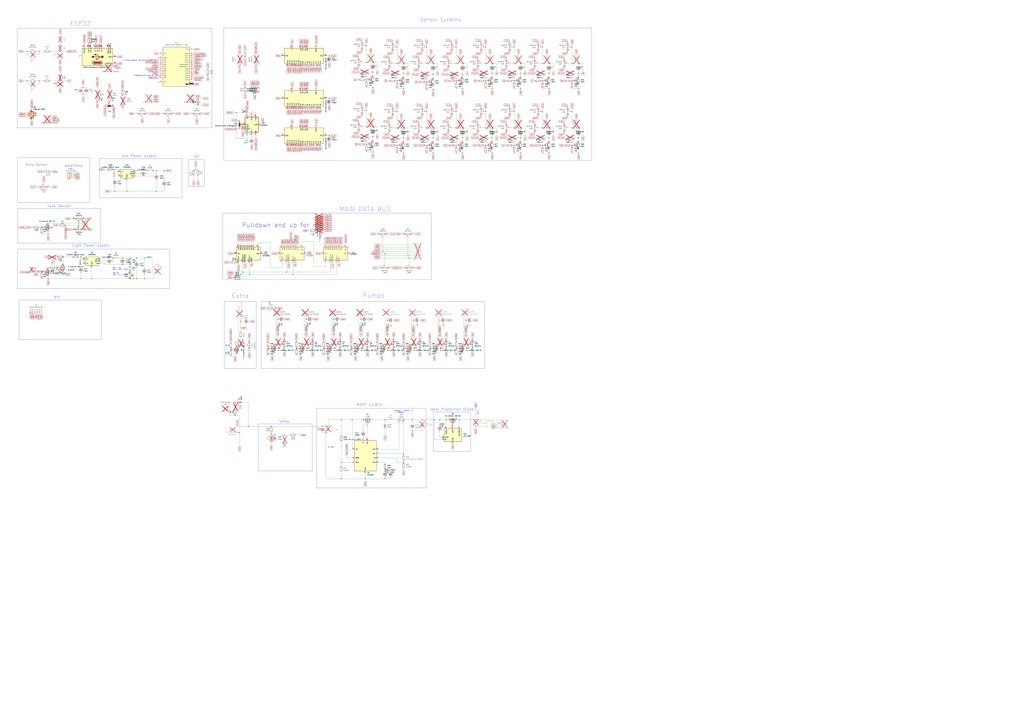
<source format=kicad_sch>
(kicad_sch
	(version 20231120)
	(generator "eeschema")
	(generator_version "8.0")
	(uuid "c26e8d55-0b6e-4c4e-b7c8-b1fed973201c")
	(paper "A0")
	(title_block
		(title "Plant Controller")
		(date "2020-12-21")
		(rev "0.4a")
		(company "C3MA")
	)
	
	(junction
		(at 278.13 502.92)
		(diameter 0)
		(color 0 0 0 0)
		(uuid "006314ff-9060-4674-a7fc-dac02fc6a66c")
	)
	(junction
		(at 314.96 504.19)
		(diameter 0)
		(color 0 0 0 0)
		(uuid "01041127-725b-4ce5-8f58-38fb3fd24a79")
	)
	(junction
		(at 571.5 102.87)
		(diameter 0)
		(color 0 0 0 0)
		(uuid "026b3c24-c4bc-4ca0-82cb-9b3a3781338b")
	)
	(junction
		(at 190.5 198.12)
		(diameter 0)
		(color 0 0 0 0)
		(uuid "044b370d-4a42-4fab-a8a0-78f235931201")
	)
	(junction
		(at 502.92 104.14)
		(diameter 0)
		(color 0 0 0 0)
		(uuid "05921202-6f3d-47e7-afc8-54cf16183806")
	)
	(junction
		(at 424.18 556.26)
		(diameter 0)
		(color 0 0 0 0)
		(uuid "064498dc-e504-4f86-9f3f-c7515e3a87b5")
	)
	(junction
		(at 637.54 177.8)
		(diameter 0)
		(color 0 0 0 0)
		(uuid "067aeb1c-cd17-40a2-9804-d78ecf21918c")
	)
	(junction
		(at 93.98 298.45)
		(diameter 0)
		(color 0 0 0 0)
		(uuid "06d8b90d-baa0-4504-baff-642acafdb6f4")
	)
	(junction
		(at 320.04 400.05)
		(diameter 0)
		(color 0 0 0 0)
		(uuid "09028f9d-45e1-4366-826a-88a396abe002")
	)
	(junction
		(at 671.83 177.8)
		(diameter 0)
		(color 0 0 0 0)
		(uuid "09e9f518-61d1-4fd0-86ec-2ca41f027627")
	)
	(junction
		(at 449.58 400.05)
		(diameter 0)
		(color 0 0 0 0)
		(uuid "0a372b77-1bd4-4b2a-8539-3c6b9cb168d3")
	)
	(junction
		(at 495.3 54.61)
		(diameter 0)
		(color 0 0 0 0)
		(uuid "0b9bd1bd-5d87-4203-ac6d-25f132a9d650")
	)
	(junction
		(at 664.21 168.91)
		(diameter 0)
		(color 0 0 0 0)
		(uuid "0bf93224-513b-43b0-b34e-b83cf88ace50")
	)
	(junction
		(at 287.02 129.54)
		(diameter 0)
		(color 0 0 0 0)
		(uuid "0c1a2e2b-69cb-4ba8-9ed6-a21b6fe1cbe7")
	)
	(junction
		(at 31.75 59.69)
		(diameter 0)
		(color 0 0 0 0)
		(uuid "0c801748-df91-4145-83f3-9b19cb585cd0")
	)
	(junction
		(at 433.07 72.39)
		(diameter 0)
		(color 0 0 0 0)
		(uuid "0ebeefe8-2447-4c3c-80b1-d0d61f1efb48")
	)
	(junction
		(at 93.98 323.85)
		(diameter 0)
		(color 0 0 0 0)
		(uuid "0eea3930-0275-4c9f-97c6-e4491faf7ffd")
	)
	(junction
		(at 537.21 73.66)
		(diameter 0)
		(color 0 0 0 0)
		(uuid "0f7c9f5b-15c0-4d15-9880-73614b9dc27c")
	)
	(junction
		(at 289.56 318.77)
		(diameter 0)
		(color 0 0 0 0)
		(uuid "100d0f8b-2f86-49dd-861e-b2d9c9a4a2d9")
	)
	(junction
		(at 478.79 500.38)
		(diameter 0)
		(color 0 0 0 0)
		(uuid "136b5f16-d5fe-4c8a-8508-0e9ad86f8f43")
	)
	(junction
		(at 396.24 537.21)
		(diameter 0)
		(color 0 0 0 0)
		(uuid "14871bbb-dfd8-4195-8c14-9ec80a720539")
	)
	(junction
		(at 447.04 294.64)
		(diameter 0)
		(color 0 0 0 0)
		(uuid "14b6b14d-4e33-4c9c-a6d4-2829760e6cc4")
	)
	(junction
		(at 490.22 487.68)
		(diameter 0)
		(color 0 0 0 0)
		(uuid "15c019f7-a03b-47ae-a51c-abc73c51bd40")
	)
	(junction
		(at 563.88 54.61)
		(diameter 0)
		(color 0 0 0 0)
		(uuid "1b762162-080c-4e36-b68b-d3bd15571f83")
	)
	(junction
		(at 273.05 467.36)
		(diameter 0)
		(color 0 0 0 0)
		(uuid "1de64cec-e748-4c12-b5b5-b7d914424890")
	)
	(junction
		(at 368.3 265.43)
		(diameter 0)
		(color 0 0 0 0)
		(uuid "1e71c6eb-62eb-41d4-bfde-df1e7aa7c319")
	)
	(junction
		(at 468.63 85.09)
		(diameter 0)
		(color 0 0 0 0)
		(uuid "1f4e3c83-7f84-4013-8458-3254f2649743")
	)
	(junction
		(at 276.86 401.32)
		(diameter 0)
		(color 0 0 0 0)
		(uuid "2124662e-0101-4907-a279-d22f77f179e9")
	)
	(junction
		(at 419.1 370.84)
		(diameter 0)
		(color 0 0 0 0)
		(uuid "2125b107-250d-44b9-ae2a-63555b15b96b")
	)
	(junction
		(at 271.78 322.58)
		(diameter 0)
		(color 0 0 0 0)
		(uuid "21c9489c-b7e7-411e-8242-06cb982ccdfb")
	)
	(junction
		(at 273.05 482.6)
		(diameter 0)
		(color 0 0 0 0)
		(uuid "2235abed-6314-47fb-bd0d-6abfcbf38d24")
	)
	(junction
		(at 541.02 400.05)
		(diameter 0)
		(color 0 0 0 0)
		(uuid "225164a2-0641-4a42-83a1-eb3ceb752f37")
	)
	(junction
		(at 387.35 370.84)
		(diameter 0)
		(color 0 0 0 0)
		(uuid "22b03adb-32c5-4612-9736-645d72daaf12")
	)
	(junction
		(at 510.54 487.68)
		(diameter 0)
		(color 0 0 0 0)
		(uuid "243935e2-4f6a-429d-bbc1-4327fafdf466")
	)
	(junction
		(at 368.3 262.89)
		(diameter 0)
		(color 0 0 0 0)
		(uuid "252d4a75-2db7-460c-aaed-b4520213017f")
	)
	(junction
		(at 425.45 92.71)
		(diameter 0)
		(color 0 0 0 0)
		(uuid "25d1ef73-18e6-4b45-b6a0-d161dc281a1c")
	)
	(junction
		(at 158.75 299.72)
		(diameter 0)
		(color 0 0 0 0)
		(uuid "27bdfd08-9fa2-4018-8386-f5f9458ea23f")
	)
	(junction
		(at 407.67 405.13)
		(diameter 0)
		(color 0 0 0 0)
		(uuid "288439ce-4d40-4524-9a56-c937c30e7f5c")
	)
	(junction
		(at 96.52 300.99)
		(diameter 0)
		(color 0 0 0 0)
		(uuid "2977a76b-3c36-4356-9c23-ef25b0e79774")
	)
	(junction
		(at 480.06 400.05)
		(diameter 0)
		(color 0 0 0 0)
		(uuid "2affe026-8dd0-4fb0-90f9-21a8fa9a4bdc")
	)
	(junction
		(at 461.01 148.59)
		(diameter 0)
		(color 0 0 0 0)
		(uuid "30055c98-462c-4777-a626-cf867239e38d")
	)
	(junction
		(at 55.88 323.85)
		(diameter 0)
		(color 0 0 0 0)
		(uuid "30c447cc-ce18-498c-a30a-de1223bde459")
	)
	(junction
		(at 671.83 148.59)
		(diameter 0)
		(color 0 0 0 0)
		(uuid "31a2a121-855b-4cf9-8440-5bbee3de3f05")
	)
	(junction
		(at 433.07 83.82)
		(diameter 0)
		(color 0 0 0 0)
		(uuid "31ba5875-8927-4bfd-a4f8-3adf246769c4")
	)
	(junction
		(at 596.9 93.98)
		(diameter 0)
		(color 0 0 0 0)
		(uuid "32072a9c-d2dd-4fe3-9085-b2b6c66fab96")
	)
	(junction
		(at 66.04 311.15)
		(diameter 0)
		(color 0 0 0 0)
		(uuid "33109daa-b629-475e-bf83-217328126604")
	)
	(junction
		(at 281.94 144.78)
		(diameter 0)
		(color 0 0 0 0)
		(uuid "348bf06b-daf7-4d97-b82c-b8a5bbf3d06b")
	)
	(junction
		(at 322.58 400.05)
		(diameter 0)
		(color 0 0 0 0)
		(uuid "34e846f7-9dcf-4f40-8420-68c319584cee")
	)
	(junction
		(at 433.07 158.75)
		(diameter 0)
		(color 0 0 0 0)
		(uuid "37a79285-75dc-47b1-85e2-e9c3d074f7c7")
	)
	(junction
		(at 381 495.3)
		(diameter 0)
		(color 0 0 0 0)
		(uuid "394a6417-c4c4-43a0-ad22-7a964e628e7d")
	)
	(junction
		(at 571.5 73.66)
		(diameter 0)
		(color 0 0 0 0)
		(uuid "3cc3bd38-c946-4c29-a625-e712e268d838")
	)
	(junction
		(at 314.96 513.08)
		(diameter 0)
		(color 0 0 0 0)
		(uuid "3d8fb177-4b5a-4526-95fd-c4109587c044")
	)
	(junction
		(at 274.32 130.81)
		(diameter 0)
		(color 0 0 0 0)
		(uuid "3e916cc3-c4bb-4a04-9995-635a73841757")
	)
	(junction
		(at 537.21 86.36)
		(diameter 0)
		(color 0 0 0 0)
		(uuid "4120f630-88f8-4958-99c5-be8a6b4772f2")
	)
	(junction
		(at 461.01 93.98)
		(diameter 0)
		(color 0 0 0 0)
		(uuid "4126858c-c206-4bef-b39b-428bcec4deec")
	)
	(junction
		(at 508 400.05)
		(diameter 0)
		(color 0 0 0 0)
		(uuid "415b2ab4-f4dd-4fee-870b-9ba95dac6a8b")
	)
	(junction
		(at 571.5 148.59)
		(diameter 0)
		(color 0 0 0 0)
		(uuid "4406cfee-0ff2-44ef-a1ef-e6149581217c")
	)
	(junction
		(at 69.85 59.69)
		(diameter 0)
		(color 0 0 0 0)
		(uuid "44bf766d-2222-4637-ada1-6cbff94abbf8")
	)
	(junction
		(at 151.13 323.85)
		(diameter 0)
		(color 0 0 0 0)
		(uuid "44cd3143-c150-4d17-bd07-6ba56767d7c5")
	)
	(junction
		(at 495.3 168.91)
		(diameter 0)
		(color 0 0 0 0)
		(uuid "4593d6e5-bc8e-48f0-9775-93846c33113e")
	)
	(junction
		(at 552.45 487.68)
		(diameter 0)
		(color 0 0 0 0)
		(uuid "464f670a-23da-4072-9135-c7f8cde45344")
	)
	(junction
		(at 353.06 400.05)
		(diameter 0)
		(color 0 0 0 0)
		(uuid "477944b3-0f91-44bb-99ca-1f00b91186f2")
	)
	(junction
		(at 637.54 85.09)
		(diameter 0)
		(color 0 0 0 0)
		(uuid "48fa581b-e31c-40cd-be78-2d3ece0a1d84")
	)
	(junction
		(at 461.01 54.61)
		(diameter 0)
		(color 0 0 0 0)
		(uuid "499fccfc-5e44-4fef-9ee9-4d1fdf9faa8f")
	)
	(junction
		(at 495.3 148.59)
		(diameter 0)
		(color 0 0 0 0)
		(uuid "4bdd9a73-35ba-455b-971d-29ad86479519")
	)
	(junction
		(at 344.17 405.13)
		(diameter 0)
		(color 0 0 0 0)
		(uuid "4c43d807-6025-4458-873e-b0e60bc37c3c")
	)
	(junction
		(at 664.21 54.61)
		(diameter 0)
		(color 0 0 0 0)
		(uuid "4f51b0d3-b93c-48c1-8f94-d8097a17151c")
	)
	(junction
		(at 142.24 299.72)
		(diameter 0)
		(color 0 0 0 0)
		(uuid "4fc5b79a-48b8-4875-b2fa-ce2c0b207ed6")
	)
	(junction
		(at 433.07 176.53)
		(diameter 0)
		(color 0 0 0 0)
		(uuid "5087ffa7-63f2-46a1-b798-fd54a43209da")
	)
	(junction
		(at 419.1 400.05)
		(diameter 0)
		(color 0 0 0 0)
		(uuid "547e0024-8ca5-4fd9-9ed0-6e6fa4efe2d1")
	)
	(junction
		(at 433.07 101.6)
		(diameter 0)
		(color 0 0 0 0)
		(uuid "548c700b-f320-487b-b1e6-213ddcf734d3")
	)
	(junction
		(at 276.86 304.8)
		(diameter 0)
		(color 0 0 0 0)
		(uuid "54c228c6-a419-4461-b51c-f4689ab11c16")
	)
	(junction
		(at 480.06 372.11)
		(diameter 0)
		(color 0 0 0 0)
		(uuid "54f14d31-ee75-4d90-bbd6-d53b9269dae6")
	)
	(junction
		(at 596.9 168.91)
		(diameter 0)
		(color 0 0 0 0)
		(uuid "553fd55b-c9b0-4d42-8fea-fe608c6b3e8f")
	)
	(junction
		(at 504.19 487.68)
		(diameter 0)
		(color 0 0 0 0)
		(uuid "55707df8-1ce8-4b01-b189-1ba64f13e6d9")
	)
	(junction
		(at 447.04 487.68)
		(diameter 0)
		(color 0 0 0 0)
		(uuid "557c9344-c4f5-407c-87a3-c05772708fc7")
	)
	(junction
		(at 425.45 128.27)
		(diameter 0)
		(color 0 0 0 0)
		(uuid "56ab9f7a-a80d-45b5-9f13-38a6ae5e5a2f")
	)
	(junction
		(at 227.33 196.85)
		(diameter 0)
		(color 0 0 0 0)
		(uuid "59cefdea-f0fc-4a2c-8ab5-1fb284bbff64")
	)
	(junction
		(at 48.26 264.16)
		(diameter 0)
		(color 0 0 0 0)
		(uuid "5a159a05-57fa-411f-9de3-7f0e035fb745")
	)
	(junction
		(at 154.94 323.85)
		(diameter 0)
		(color 0 0 0 0)
		(uuid "5a782664-d096-4b9f-8da4-e576a5adbff8")
	)
	(junction
		(at 468.63 527.05)
		(diameter 0)
		(color 0 0 0 0)
		(uuid "5aef8b40-8452-4805-a5e4-da8d93469853")
	)
	(junction
		(at 604.52 85.09)
		(diameter 0)
		(color 0 0 0 0)
		(uuid "5db28c81-ecda-48cf-9cf5-82a4652c2d72")
	)
	(junction
		(at 596.9 73.66)
		(diameter 0)
		(color 0 0 0 0)
		(uuid "5de7b025-2047-4e98-ad34-d25039409f9e")
	)
	(junction
		(at 311.15 405.13)
		(diameter 0)
		(color 0 0 0 0)
		(uuid "5df117be-4263-48e0-a710-5721bdeecfb9")
	)
	(junction
		(at 382.27 157.48)
		(diameter 0)
		(color 0 0 0 0)
		(uuid "5e7a5161-1647-47d6-9e0b-ff9ce9e31b86")
	)
	(junction
		(at 495.3 95.25)
		(diameter 0)
		(color 0 0 0 0)
		(uuid "5ebba679-b1e7-40e7-a21c-eaac87c82160")
	)
	(junction
		(at 433.07 147.32)
		(diameter 0)
		(color 0 0 0 0)
		(uuid "5ee86e6c-9861-45ff-aaf3-b0ce155250f5")
	)
	(junction
		(at 533.4 487.68)
		(diameter 0)
		(color 0 0 0 0)
		(uuid "60684402-d96a-439d-a47a-f1940a639b1b")
	)
	(junction
		(at 637.54 73.66)
		(diameter 0)
		(color 0 0 0 0)
		(uuid "6283297a-b875-4df2-a42b-317a52403718")
	)
	(junction
		(at 133.35 222.25)
		(diameter 0)
		(color 0 0 0 0)
		(uuid "62e83d49-6450-4f8e-9161-9823cbd9fa8a")
	)
	(junction
		(at 396.24 556.26)
		(diameter 0)
		(color 0 0 0 0)
		(uuid "62e8e510-5776-41a5-b7ef-659764595cf0")
	)
	(junction
		(at 629.92 54.61)
		(diameter 0)
		(color 0 0 0 0)
		(uuid "639a9374-4baa-414a-a5c4-7e13d2852c2e")
	)
	(junction
		(at 468.63 102.87)
		(diameter 0)
		(color 0 0 0 0)
		(uuid "650b02e4-fb4a-4097-88f3-57b476d8f112")
	)
	(junction
		(at 529.59 54.61)
		(diameter 0)
		(color 0 0 0 0)
		(uuid "66f71efe-5a3b-4842-81ad-702f6a9183fb")
	)
	(junction
		(at 332.74 316.23)
		(diameter 0)
		(color 0 0 0 0)
		(uuid "68f4d8af-c27e-4056-a2a9-dbd2514de570")
	)
	(junction
		(at 664.21 93.98)
		(diameter 0)
		(color 0 0 0 0)
		(uuid "690f2dc5-5473-4546-a0f5-1e3f20786db0")
	)
	(junction
		(at 478.79 487.68)
		(diameter 0)
		(color 0 0 0 0)
		(uuid "697147b1-0224-4f54-a454-fb14851852a2")
	)
	(junction
		(at 502.92 73.66)
		(diameter 0)
		(color 0 0 0 0)
		(uuid "6b072436-9cc5-44f0-8cab-e5273772d205")
	)
	(junction
		(at 518.16 487.68)
		(diameter 0)
		(color 0 0 0 0)
		(uuid "6b9d9747-b3ff-43d2-8486-466834aa4452")
	)
	(junction
		(at 447.04 547.37)
		(diameter 0)
		(color 0 0 0 0)
		(uuid "6bee4d3f-40c6-4254-8d07-1c0c6ec2a6f4")
	)
	(junction
		(at 449.58 372.11)
		(diameter 0)
		(color 0 0 0 0)
		(uuid "6c849387-b46a-4c70-adb8-4a7816d1702c")
	)
	(junction
		(at 130.81 299.72)
		(diameter 0)
		(color 0 0 0 0)
		(uuid "6e8888f6-ec84-4dea-a75b-c49e51edec1e")
	)
	(junction
		(at 571.5 177.8)
		(diameter 0)
		(color 0 0 0 0)
		(uuid "6ee7607b-1843-4037-994f-9b421f85c34b")
	)
	(junction
		(at 596.9 148.59)
		(diameter 0)
		(color 0 0 0 0)
		(uuid "708152d4-5c67-4c3c-967a-78dd154354ad")
	)
	(junction
		(at 529.59 93.98)
		(diameter 0)
		(color 0 0 0 0)
		(uuid "718782ac-57c8-435b-9457-ce995955847d")
	)
	(junction
		(at 368.3 257.81)
		(diameter 0)
		(color 0 0 0 0)
		(uuid "7357611e-6eb5-4b44-a3c1-ee563f8ae0ea")
	)
	(junction
		(at 447.04 400.05)
		(diameter 0)
		(color 0 0 0 0)
		(uuid "74872d2f-df92-44ce-a737-7d0693ac46a3")
	)
	(junction
		(at 288.29 495.3)
		(diameter 0)
		(color 0 0 0 0)
		(uuid "74d5e0e4-cd91-4e01-8980-afaf347113fd")
	)
	(junction
		(at 91.44 259.08)
		(diameter 0)
		(color 0 0 0 0)
		(uuid "750169c9-8dda-4196-8b70-7629a1386317")
	)
	(junction
		(at 421.64 487.68)
		(diameter 0)
		(color 0 0 0 0)
		(uuid "792fa4db-0ff6-47c2-b282-e4d8f6701888")
	)
	(junction
		(at 637.54 102.87)
		(diameter 0)
		(color 0 0 0 0)
		(uuid "79ec289a-2f85-4055-9210-f7916fbc3d1f")
	)
	(junction
		(at 596.9 54.61)
		(diameter 0)
		(color 0 0 0 0)
		(uuid "7a5115d1-34f1-4afd-aab6-8c3f89df22ba")
	)
	(junction
		(at 671.83 160.02)
		(diameter 0)
		(color 0 0 0 0)
		(uuid "7e319f56-b85a-4463-b8f9-7ad8f5763ea8")
	)
	(junction
		(at 147.32 222.25)
		(diameter 0)
		(color 0 0 0 0)
		(uuid "7ea02348-2ae2-4ac7-a02a-9029063eb3d7")
	)
	(junction
		(at 637.54 160.02)
		(diameter 0)
		(color 0 0 0 0)
		(uuid "7eac8976-1652-4c0a-a76d-0530fe3ae3ae")
	)
	(junction
		(at 461.01 129.54)
		(diameter 0)
		(color 0 0 0 0)
		(uuid "7f0237e1-1d71-4027-86cb-d7488d6dce27")
	)
	(junction
		(at 281.94 316.23)
		(diameter 0)
		(color 0 0 0 0)
		(uuid "805ba7db-9e85-428e-9f5b-9063e8278c60")
	)
	(junction
		(at 229.87 121.92)
		(diameter 0)
		(color 0 0 0 0)
		(uuid "80d65bc6-dba9-4812-bdea-0cc2f75d7859")
	)
	(junction
		(at 468.63 405.13)
		(diameter 0)
		(color 0 0 0 0)
		(uuid "80f5b8a1-cdbe-4850-a609-339b8c898669")
	)
	(junction
		(at 473.71 297.18)
		(diameter 0)
		(color 0 0 0 0)
		(uuid "819a85d3-cd43-455c-8023-715c1f29dcd2")
	)
	(junction
		(at 502.92 160.02)
		(diameter 0)
		(color 0 0 0 0)
		(uuid "8239b883-7ac0-49ae-91b3-07b3826c7fe2")
	)
	(junction
		(at 73.66 298.45)
		(diameter 0)
		(color 0 0 0 0)
		(uuid "82572895-6594-489b-b5dd-a8b4d09bcb09")
	)
	(junction
		(at 177.8 198.12)
		(diameter 0)
		(color 0 0 0 0)
		(uuid "843e9870-799e-444a-a4e6-716ced5cbe43")
	)
	(junction
		(at 637.54 148.59)
		(diameter 0)
		(color 0 0 0 0)
		(uuid "89062818-c01b-4c5a-a12c-1e35d52780ff")
	)
	(junction
		(at 425.45 53.34)
		(diameter 0)
		(color 0 0 0 0)
		(uuid "89c9668d-eb10-4371-9427-2b0654758741")
	)
	(junction
		(at 563.88 93.98)
		(diameter 0)
		(color 0 0 0 0)
		(uuid "8bd86f79-7f9c-4c30-9dd8-981806e53813")
	)
	(junction
		(at 671.83 102.87)
		(diameter 0)
		(color 0 0 0 0)
		(uuid "8db1d203-e627-40a1-9aa1-eb87a34a27ca")
	)
	(junction
		(at 76.2 261.62)
		(diameter 0)
		(color 0 0 0 0)
		(uuid "8dbf3f53-4dbe-4577-8253-5d3d05e20a7d")
	)
	(junction
		(at 375.92 405.13)
		(diameter 0)
		(color 0 0 0 0)
		(uuid "8ddc18df-7f6d-40fe-971f-5b7ea913cac2")
	)
	(junction
		(at 495.3 73.66)
		(diameter 0)
		(color 0 0 0 0)
		(uuid "91f51afc-74e9-4689-bf90-5b054783b568")
	)
	(junction
		(at 137.16 199.39)
		(diameter 0)
		(color 0 0 0 0)
		(uuid "9330ab14-2e88-49fc-b8ec-647acef19c05")
	)
	(junction
		(at 425.45 147.32)
		(diameter 0)
		(color 0 0 0 0)
		(uuid "93f019f6-1cb2-47ce-ad4a-b71afdbed778")
	)
	(junction
		(at 529.59 129.54)
		(diameter 0)
		(color 0 0 0 0)
		(uuid "943b67a7-896a-4d51-b5a7-cd6889520825")
	)
	(junction
		(at 571.5 160.02)
		(diameter 0)
		(color 0 0 0 0)
		(uuid "944582dc-9ad6-4270-b98c-6b7423b11410")
	)
	(junction
		(at 537.21 148.59)
		(diameter 0)
		(color 0 0 0 0)
		(uuid "957e10ff-76bd-489f-b9fe-ab1fdb884450")
	)
	(junction
		(at 368.3 255.27)
		(diameter 0)
		(color 0 0 0 0)
		(uuid "95e16490-1476-42b0-b339-2eae951bab1c")
	)
	(junction
		(at 468.63 537.21)
		(diameter 0)
		(color 0 0 0 0)
		(uuid "96c7bb99-d9fa-47f7-b3d9-aa357eb350aa")
	)
	(junction
		(at 151.13 307.34)
		(diameter 0)
		(color 0 0 0 0)
		(uuid "96f15460-13f3-4312-89f8-b71934eaedb8")
	)
	(junction
		(at 671.83 73.66)
		(diameter 0)
		(color 0 0 0 0)
		(uuid "974cb32f-b17f-415b-a3ed-4c573300644d")
	)
	(junction
		(at 106.68 323.85)
		(diameter 0)
		(color 0 0 0 0)
		(uuid "977868cb-abe1-483f-8f43-5a8a20726067")
	)
	(junction
		(at 563.88 168.91)
		(diameter 0)
		(color 0 0 0 0)
		(uuid "979d0b85-f2dc-43e5-91a2-e7e9a479ccd3")
	)
	(junction
		(at 382.27 64.77)
		(diameter 0)
		(color 0 0 0 0)
		(uuid "99de8f7d-0bac-4189-8a58-7eb488261416")
	)
	(junction
		(at 552.45 495.3)
		(diameter 0)
		(color 0 0 0 0)
		(uuid "9a8358d1-ea0c-4e4d-bd7f-459dfdba752f")
	)
	(junction
		(at 571.5 85.09)
		(diameter 0)
		(color 0 0 0 0)
		(uuid "9b65336d-5277-4cda-9817-8d963731baca")
	)
	(junction
		(at 241.3 87.63)
		(diameter 0)
		(color 0 0 0 0)
		(uuid "9d32f91d-40f9-42f9-b044-70d19854227e")
	)
	(junction
		(at 510.54 372.11)
		(diameter 0)
		(color 0 0 0 0)
		(uuid "a1d7e5c8-d217-457c-b56c-ecad97fd4c0e")
	)
	(junction
		(at 538.48 400.05)
		(diameter 0)
		(color 0 0 0 0)
		(uuid "a29c0663-342d-4535-aac0-b31dad8318cf")
	)
	(junction
		(at 45.72 59.69)
		(diameter 0)
		(color 0 0 0 0)
		(uuid "a3104c80-278d-416a-b409-fd08d784c6c7")
	)
	(junction
		(at 563.88 73.66)
		(diameter 0)
		(color 0 0 0 0)
		(uuid "a4f2e3e9-2f62-4ed2-91cb-96ac4bea021e")
	)
	(junction
		(at 355.6 400.05)
		(diameter 0)
		(color 0 0 0 0)
		(uuid "a685894a-983c-450f-b9c3-4d7e6d929974")
	)
	(junction
		(at 425.45 167.64)
		(diameter 0)
		(color 0 0 0 0)
		(uuid "a692c08c-551f-44a7-adb6-606c3bb62932")
	)
	(junction
		(at 167.64 323.85)
		(diameter 0)
		(color 0 0 0 0)
		(uuid "a70da482-a861-4e2f-9d2b-6183a6f0f87e")
	)
	(junction
		(at 629.92 129.54)
		(diameter 0)
		(color 0 0 0 0)
		(uuid "a77abfe7-e262-4002-9648-a4dca1c184b1")
	)
	(junction
		(at 495.3 129.54)
		(diameter 0)
		(color 0 0 0 0)
		(uuid "a7ead05e-fd26-4f6a-98b1-c130e29a0605")
	)
	(junction
		(at 408.94 487.68)
		(diameter 0)
		(color 0 0 0 0)
		(uuid "a90e40e7-9f3e-4a7e-bc30-d292bc1ab9ed")
	)
	(junction
		(at 396.24 487.68)
		(diameter 0)
		(color 0 0 0 0)
		(uuid "a918e227-4862-4ef1-b1b4-1ecbab47421d")
	)
	(junction
		(at 529.59 168.91)
		(diameter 0)
		(color 0 0 0 0)
		(uuid "a97fc95b-6246-49f0-b0cf-bf3aa6f54de2")
	)
	(junction
		(at 99.06 266.7)
		(diameter 0)
		(color 0 0 0 0)
		(uuid "a99f2dd3-1db5-4646-bd5d-42af73cee85a")
	)
	(junction
		(at 378.46 502.92)
		(diameter 0)
		(color 0 0 0 0)
		(uuid "aa0d7669-67ff-4603-888b-7d15a03d73a6")
	)
	(junction
		(at 151.13 299.72)
		(diameter 0)
		(color 0 0 0 0)
		(uuid "aa659c87-6d9f-4a94-913b-ec00337baaa9")
	)
	(junction
		(at 537.21 160.02)
		(diameter 0)
		(color 0 0 0 0)
		(uuid "aa7470b0-25fe-426c-8e11-da1c1d924805")
	)
	(junction
		(at 142.24 307.34)
		(diameter 0)
		(color 0 0 0 0)
		(uuid "ab83cc7b-a4bb-42ce-806a-ad57b1f1f16f")
	)
	(junction
		(at 318.77 505.46)
		(diameter 0)
		(color 0 0 0 0)
		(uuid "ac18742b-0669-4417-bf96-99d1ab0ff75f")
	)
	(junction
		(at 529.59 405.13)
		(diameter 0)
		(color 0 0 0 0)
		(uuid "ac6041ae-1077-46a6-b33a-6e568b0f7d89")
	)
	(junction
		(at 297.18 107.95)
		(diameter 0)
		(color 0 0 0 0)
		(uuid "ad6aca5a-aa99-4b42-a3e4-f6f27dae664e")
	)
	(junction
		(at 355.6 370.84)
		(diameter 0)
		(color 0 0 0 0)
		(uuid "ae161ff6-e303-4db5-b037-b1f45682a4bb")
	)
	(junction
		(at 604.52 73.66)
		(diameter 0)
		(color 0 0 0 0)
		(uuid "af24c530-bace-4098-b28e-8213bb1a8743")
	)
	(junction
		(at 295.91 107.95)
		(diameter 0)
		(color 0 0 0 0)
		(uuid "af4549b6-4e25-4c36-b4d9-5cfa50547ca1")
	)
	(junction
		(at 382.27 114.3)
		(diameter 0)
		(color 0 0 0 0)
		(uuid "b5f987b1-82e9-4d50-afd8-20682cecf96f")
	)
	(junction
		(at 468.63 177.8)
		(diameter 0)
		(color 0 0 0 0)
		(uuid "b88c6033-15ac-4b13-83da-7bbe1c1195dd")
	)
	(junction
		(at 502.92 177.8)
		(diameter 0)
		(color 0 0 0 0)
		(uuid "bb2d97e8-7888-40b3-ad5f-0b2ed971ec7b")
	)
	(junction
		(at 73.66 318.77)
		(diameter 0)
		(color 0 0 0 0)
		(uuid "c1341956-3e76-4b89-ab41-469a1db0015c")
	)
	(junction
		(at 510.54 400.05)
		(diameter 0)
		(color 0 0 0 0)
		(uuid "c1611925-d0ac-42a4-83ae-6844b1cb71e3")
	)
	(junction
		(at 461.01 73.66)
		(diameter 0)
		(color 0 0 0 0)
		(uuid "c1f12c77-fc36-4c4e-9402-b971f8787376")
	)
	(junction
		(at 91.44 261.62)
		(diameter 0)
		(color 0 0 0 0)
		(uuid "c2c812ed-41b4-4200-984f-e76eae1d14de")
	)
	(junction
		(at 45.72 93.98)
		(diameter 0)
		(color 0 0 0 0)
		(uuid "c39add44-ba76-41fb-8f18-28fa0366e282")
	)
	(junction
		(at 314.96 495.3)
		(diameter 0)
		(color 0 0 0 0)
		(uuid "c658b47a-3e79-4147-ac21-89a17ecf409a")
	)
	(junction
		(at 322.58 370.84)
		(diameter 0)
		(color 0 0 0 0)
		(uuid "c6d07995-bb57-4c01-9d40-c8c408016a09")
	)
	(junction
		(at 468.63 73.66)
		(diameter 0)
		(color 0 0 0 0)
		(uuid "c9bcc4dd-2e45-4814-917d-222bf96092ff")
	)
	(junction
		(at 181.61 222.25)
		(diameter 0)
		(color 0 0 0 0)
		(uuid "cac620f5-0af6-41f8-9844-d9f07ee0c129")
	)
	(junction
		(at 279.4 373.38)
		(diameter 0)
		(color 0 0 0 0)
		(uuid "cbfbbc2e-484a-4954-8dc2-c7386c5d1301")
	)
	(junction
		(at 529.59 73.66)
		(diameter 0)
		(color 0 0 0 0)
		(uuid "cc4db2b3-7a3d-4ef2-b3b0-bc2a5b38938e")
	)
	(junction
		(at 133.35 196.85)
		(diameter 0)
		(color 0 0 0 0)
		(uuid "cc922bc0-96bd-4b17-b53a-b9b1b8fdaebf")
	)
	(junction
		(at 294.64 107.95)
		(diameter 0)
		(color 0 0 0 0)
		(uuid "cd4269e0-1f42-4344-8d26-de82a41ddaff")
	)
	(junction
		(at 629.92 93.98)
		(diameter 0)
		(color 0 0 0 0)
		(uuid "ceefa2d2-00e3-4b3c-a7ad-0e8ac388ebb9")
	)
	(junction
		(at 604.52 177.8)
		(diameter 0)
		(color 0 0 0 0)
		(uuid "d001e9a1-587b-41cc-81aa-c56d8da361ee")
	)
	(junction
		(at 499.11 405.13)
		(diameter 0)
		(color 0 0 0 0)
		(uuid "d0ccfc37-9d2e-4994-b901-fab6c387aa2a")
	)
	(junction
		(at 537.21 177.8)
		(diameter 0)
		(color 0 0 0 0)
		(uuid "d1010438-7a43-4538-9e86-217bd01f8c14")
	)
	(junction
		(at 368.3 267.97)
		(diameter 0)
		(color 0 0 0 0)
		(uuid "d14a960b-df64-4cee-80fc-25c3debc3b63")
	)
	(junction
		(at 158.75 323.85)
		(diameter 0)
		(color 0 0 0 0)
		(uuid "d17c286e-9606-4cb2-902a-10021903ed9a")
	)
	(junction
		(at 671.83 85.09)
		(diameter 0)
		(color 0 0 0 0)
		(uuid "d1d52e82-91ba-48cd-b468-139b1071e8d5")
	)
	(junction
		(at 31.75 93.98)
		(diameter 0)
		(color 0 0 0 0)
		(uuid "d2b0a197-1410-44de-bdc3-e63959ff5b39")
	)
	(junction
		(at 537.21 102.87)
		(diameter 0)
		(color 0 0 0 0)
		(uuid "d2b90904-e6cb-4742-881e-0fd35570115c")
	)
	(junction
		(at 368.3 252.73)
		(diameter 0)
		(color 0 0 0 0)
		(uuid "d48d5ecb-021c-46d1-b6e1-8cccf5ad30d1")
	)
	(junction
		(at 55.88 271.78)
		(diameter 0)
		(color 0 0 0 0)
		(uuid "d6db9766-b81b-4a66-bc0a-843f0aeb559b")
	)
	(junction
		(at 541.02 372.11)
		(diameter 0)
		(color 0 0 0 0)
		(uuid "d776c8dc-ee54-41b4-8224-e7ddbf0679dc")
	)
	(junction
		(at 229.87 114.3)
		(diameter 0)
		(color 0 0 0 0)
		(uuid "d87ec7ee-a984-4873-af6a-591dbaf9505a")
	)
	(junction
		(at 438.15 405.13)
		(diameter 0)
		(color 0 0 0 0)
		(uuid "db8fa153-556e-4fc4-a8b6-63a7062d08ed")
	)
	(junction
		(at 425.45 72.39)
		(diameter 0)
		(color 0 0 0 0)
		(uuid "dc8c6e94-1eff-45c1-b92e-b1caf2f34015")
	)
	(junction
		(at 181.61 198.12)
		(diameter 0)
		(color 0 0 0 0)
		(uuid "dd5d2f91-6f31-4419-a01a-1ac3389098ab")
	)
	(junction
		(at 374.65 495.3)
		(diameter 0)
		(color 0 0 0 0)
		(uuid "dda3d65b-6f54-4ee4-b1a0-dc35f1b01992")
	)
	(junction
		(at 170.18 198.12)
		(diameter 0)
		(color 0 0 0 0)
		(uuid "de92b6a6-7a53-41cb-a051-66e1e7d1d440")
	)
	(junction
		(at 368.3 260.35)
		(diameter 0)
		(color 0 0 0 0)
		(uuid "dfafa1ec-5cf4-4609-89b7-e43a37c90c17")
	)
	(junction
		(at 529.59 148.59)
		(diameter 0)
		(color 0 0 0 0)
		(uuid "e018a52d-1f7f-43d2-9757-f2f7c2a0a9c0")
	)
	(junction
		(at 604.52 148.59)
		(diameter 0)
		(color 0 0 0 0)
		(uuid "e0334824-28a0-4a4e-ab6d-b2e5a2ed4e19")
	)
	(junction
		(at 604.52 160.02)
		(diameter 0)
		(color 0 0 0 0)
		(uuid "e03df205-b0f8-4eb0-94ac-6d108b56efdd")
	)
	(junction
		(at 330.2 505.46)
		(diameter 0)
		(color 0 0 0 0)
		(uuid "e2f6e31f-b2af-4b71-9817-61b154679a81")
	)
	(junction
		(at 664.21 73.66)
		(diameter 0)
		(color 0 0 0 0)
		(uuid "e3a79e63-e583-47fd-8a7e-9e2f377a96f0")
	)
	(junction
		(at 267.97 406.4)
		(diameter 0)
		(color 0 0 0 0)
		(uuid "e3bac401-521f-443a-951f-18f502070861")
	)
	(junction
		(at 340.36 318.77)
		(diameter 0)
		(color 0 0 0 0)
		(uuid "e464f851-f7e1-4e95-b3ff-5a5e1e06a88d")
	)
	(junction
		(at 167.64 299.72)
		(diameter 0)
		(color 0 0 0 0)
		(uuid "e48746df-7668-499a-98dc-b9ffcda2bccd")
	)
	(junction
		(at 48.26 316.23)
		(diameter 0)
		(color 0 0 0 0)
		(uuid "e4c2dbc9-3598-4718-afb3-500c7ff75445")
	)
	(junction
		(at 447.04 556.26)
		(diameter 0)
		(color 0 0 0 0)
		(uuid "e5f993bb-4d95-4a9a-b24b-923011bb963a")
	)
	(junction
		(at 387.35 400.05)
		(diameter 0)
		(color 0 0 0 0)
		(uuid "e6344c4b-5e26-4315-8e1d-efd642df3581")
	)
	(junction
		(at 563.88 148.59)
		(diameter 0)
		(color 0 0 0 0)
		(uuid "e76d7a19-9315-45bb-9ea4-e65adba1a7a8")
	)
	(junction
		(at 444.5 292.1)
		(diameter 0)
		(color 0 0 0 0)
		(uuid "e86900c0-86ce-4777-88bb-4f9ecf777fc0")
	)
	(junction
		(at 629.92 168.91)
		(diameter 0)
		(color 0 0 0 0)
		(uuid "e879c254-09e3-4fcf-9f2d-28dd7d9ba433")
	)
	(junction
		(at 468.63 148.59)
		(diameter 0)
		(color 0 0 0 0)
		(uuid "e97dcb44-7b48-4f00-aba6-795f672687ba")
	)
	(junction
		(at 279.4 401.32)
		(diameter 0)
		(color 0 0 0 0)
		(uuid "ea81a12e-80a8-4055-a8fc-17c9562b0042")
	)
	(junction
		(at 279.4 318.77)
		(diameter 0)
		(color 0 0 0 0)
		(uuid "eb134ef6-0e32-46e8-9263-d8797dfe432d")
	)
	(junction
		(at 629.92 73.66)
		(diameter 0)
		(color 0 0 0 0)
		(uuid "ec234dbf-5504-4d77-9942-03edf134f9e0")
	)
	(junction
		(at 96.52 109.22)
		(diameter 0)
		(color 0 0 0 0)
		(uuid "eccbfa59-0c6d-47df-8d18-db1d8a427072")
	)
	(junction
		(at 69.85 93.98)
		(diameter 0)
		(color 0 0 0 0)
		(uuid "ed603a96-a752-490d-9f6b-e11a5c28a267")
	)
	(junction
		(at 629.92 148.59)
		(diameter 0)
		(color 0 0 0 0)
		(uuid "ee1a89d1-031b-4d98-a62d-973c7823ade8")
	)
	(junction
		(at 477.52 400.05)
		(diameter 0)
		(color 0 0 0 0)
		(uuid "ee4ab3a4-59f7-4db1-a482-501b9cb3788f")
	)
	(junction
		(at 474.98 299.72)
		(diameter 0)
		(color 0 0 0 0)
		(uuid "ef25ea8a-6f53-4ead-85fb-dc902e324c3a")
	)
	(junction
		(at 502.92 86.36)
		(diameter 0)
		(color 0 0 0 0)
		(uuid "efdf307e-8d67-430a-8c03-6dab3e4f4f72")
	)
	(junction
		(at 96.52 101.6)
		(diameter 0)
		(color 0 0 0 0)
		(uuid "f1a67806-2122-488a-be9e-3def99cac9b4")
	)
	(junction
		(at 468.63 160.02)
		(diameter 0)
		(color 0 0 0 0)
		(uuid "f3311c3a-ce52-435d-9996-86b7f9c1e897")
	)
	(junction
		(at 384.81 400.05)
		(diameter 0)
		(color 0 0 0 0)
		(uuid "f33c1570-2595-49f1-9ca5-56aecadb8578")
	)
	(junction
		(at 461.01 168.91)
		(diameter 0)
		(color 0 0 0 0)
		(uuid "f46f3c81-f81c-494b-940e-b2a7612a9b00")
	)
	(junction
		(at 502.92 148.59)
		(diameter 0)
		(color 0 0 0 0)
		(uuid "f97a5685-0e9a-42fc-8703-e760793b9fd0")
	)
	(junction
		(at 664.21 148.59)
		(diameter 0)
		(color 0 0 0 0)
		(uuid "fadeb8be-e293-403d-b08e-d4079f1d66c2")
	)
	(junction
		(at 596.9 129.54)
		(diameter 0)
		(color 0 0 0 0)
		(uuid "faf76a27-4651-4082-83d1-9449cc5a0db2")
	)
	(junction
		(at 664.21 129.54)
		(diameter 0)
		(color 0 0 0 0)
		(uuid "fd16341c-1c4c-4bd6-a643-9f711a9c3408")
	)
	(junction
		(at 563.88 129.54)
		(diameter 0)
		(color 0 0 0 0)
		(uuid "fd82d936-40c3-47c3-8f6b-5ed31b17a829")
	)
	(junction
		(at 604.52 102.87)
		(diameter 0)
		(color 0 0 0 0)
		(uuid "fedba8c9-8c3d-4d07-a3e2-646f50f83f6f")
	)
	(junction
		(at 416.56 400.05)
		(diameter 0)
		(color 0 0 0 0)
		(uuid "ff4c02dc-5696-44f6-8008-5806e9acfc7a")
	)
	(no_connect
		(at 38.1 364.49)
		(uuid "133b7027-41a1-4e09-a1e6-24d8bb033b2a")
	)
	(no_connect
		(at 128.27 50.8)
		(uuid "16cd29f7-51e5-42c3-ada2-8a4c178b95ad")
	)
	(no_connect
		(at 184.15 67.31)
		(uuid "6d645bf1-339f-4b38-a26a-bdd168ca591e")
	)
	(no_connect
		(at 41.91 134.62)
		(uuid "6e3bf7f5-ac34-42e8-8ef5-a375f9ec4670")
	)
	(no_connect
		(at 35.56 364.49)
		(uuid "a8b1637e-8d2e-4941-b9bd-532be9ff9ba7")
	)
	(no_connect
		(at 125.73 50.8)
		(uuid "ab0c5d95-39c0-4c07-a7ec-b4ac971672cf")
	)
	(no_connect
		(at 41.91 132.08)
		(uuid "d86b8e60-6beb-4fca-8d73-f997d63653a6")
	)
	(no_connect
		(at 292.1 132.08)
		(uuid "dd3ce984-3983-4f09-82f2-e087fd9c0ec0")
	)
	(no_connect
		(at 184.15 87.63)
		(uuid "f3c5dacd-33c5-408d-ad7a-be143502967e")
	)
	(wire
		(pts
			(xy 157.48 199.39) (xy 157.48 198.12)
		)
		(stroke
			(width 0)
			(type default)
		)
		(uuid "00544d92-b95c-48ab-bded-20aed4215a84")
	)
	(wire
		(pts
			(xy 468.63 99.06) (xy 468.63 102.87)
		)
		(stroke
			(width 0)
			(type default)
		)
		(uuid "00606928-bac5-4408-a3d7-21407fadee68")
	)
	(wire
		(pts
			(xy 115.57 50.8) (xy 118.11 50.8)
		)
		(stroke
			(width 0)
			(type default)
		)
		(uuid "01464f01-1c59-4028-9471-09addc9dbe7c")
	)
	(wire
		(pts
			(xy 41.91 63.5) (xy 45.72 63.5)
		)
		(stroke
			(width 0)
			(type default)
		)
		(uuid "0177a789-58ee-4342-a75b-6dc9759a0292")
	)
	(wire
		(pts
			(xy 176.53 313.69) (xy 176.53 299.72)
		)
		(stroke
			(width 0)
			(type default)
		)
		(uuid "017ff145-3761-41b1-9921-b6b9c4d34ef1")
	)
	(wire
		(pts
			(xy 438.15 81.28) (xy 438.15 72.39)
		)
		(stroke
			(width 0)
			(type default)
		)
		(uuid "01857332-fc13-4684-bb70-f9eee886c3a0")
	)
	(wire
		(pts
			(xy 510.54 372.11) (xy 510.54 377.19)
		)
		(stroke
			(width 0)
			(type default)
		)
		(uuid "019c3cdc-6669-4649-94f3-4ae853aeb18a")
	)
	(wire
		(pts
			(xy 604.52 173.99) (xy 604.52 177.8)
		)
		(stroke
			(width 0)
			(type default)
		)
		(uuid "01eb084a-fac6-4933-81d9-7496a9d7ebe6")
	)
	(wire
		(pts
			(xy 381 487.68) (xy 381 495.3)
		)
		(stroke
			(width 0)
			(type default)
		)
		(uuid "0209f908-9ab2-4859-bfcd-be82dd453d27")
	)
	(wire
		(pts
			(xy 55.88 259.08) (xy 91.44 259.08)
		)
		(stroke
			(width 0)
			(type default)
		)
		(uuid "02ba64d9-e763-4d47-978e-74978085583f")
	)
	(wire
		(pts
			(xy 314.96 513.08) (xy 314.96 516.89)
		)
		(stroke
			(width 0)
			(type default)
		)
		(uuid "02d9f525-81dc-4358-a721-5c3e828397c8")
	)
	(wire
		(pts
			(xy 381 410.21) (xy 381 412.75)
		)
		(stroke
			(width 0)
			(type default)
		)
		(uuid "0404e42b-a8e3-46d1-bd78-a03d3bf9ef75")
	)
	(wire
		(pts
			(xy 571.5 157.48) (xy 571.5 160.02)
		)
		(stroke
			(width 0)
			(type default)
		)
		(uuid "043cb6ff-a5c8-4fbb-82cf-aefb30c6af7f")
	)
	(wire
		(pts
			(xy 502.92 148.59) (xy 502.92 149.86)
		)
		(stroke
			(width 0)
			(type default)
		)
		(uuid "0476c96d-84c7-40c6-a537-1e276919c966")
	)
	(wire
		(pts
			(xy 322.58 368.3) (xy 322.58 370.84)
		)
		(stroke
			(width 0)
			(type default)
		)
		(uuid "0493a217-294f-4dbb-9ddb-266a136d82bf")
	)
	(wire
		(pts
			(xy 447.04 556.26) (xy 447.04 554.99)
		)
		(stroke
			(width 0)
			(type default)
		)
		(uuid "050384b2-02ed-4f35-bf49-9f2b56872ebf")
	)
	(wire
		(pts
			(xy 266.7 467.36) (xy 273.05 467.36)
		)
		(stroke
			(width 0)
			(type default)
		)
		(uuid "0528c3df-8906-4063-94f0-6f2c8cf50025")
	)
	(wire
		(pts
			(xy 441.96 297.18) (xy 473.71 297.18)
		)
		(stroke
			(width 0)
			(type default)
		)
		(uuid "060df674-6c99-455c-90bc-a6a9efc03924")
	)
	(wire
		(pts
			(xy 537.21 410.21) (xy 534.67 410.21)
		)
		(stroke
			(width 0)
			(type default)
		)
		(uuid "064a38e2-3216-4113-a380-67f38427a639")
	)
	(wire
		(pts
			(xy 408.94 521.97) (xy 408.94 487.68)
		)
		(stroke
			(width 0)
			(type default)
		)
		(uuid "06aab875-7c24-44e0-af16-3ef5b38c789f")
	)
	(wire
		(pts
			(xy 177.8 323.85) (xy 177.8 316.23)
		)
		(stroke
			(width 0)
			(type default)
		)
		(uuid "0707b3d1-d988-44db-8586-ffdfd16b4e1a")
	)
	(wire
		(pts
			(xy 190.5 198.12) (xy 190.5 209.55)
		)
		(stroke
			(width 0)
			(type default)
		)
		(uuid "073a5a3e-ce2a-4308-9d5f-8e5083d6900a")
	)
	(wire
		(pts
			(xy 468.63 102.87) (xy 468.63 104.14)
		)
		(stroke
			(width 0)
			(type default)
		)
		(uuid "0802fcfa-31f6-4de3-837d-50a67ccd2733")
	)
	(wire
		(pts
			(xy 449.58 400.05) (xy 447.04 400.05)
		)
		(stroke
			(width 0)
			(type default)
		)
		(uuid "084fded9-cfee-400e-9325-0f602e45de35")
	)
	(wire
		(pts
			(xy 468.63 73.66) (xy 461.01 73.66)
		)
		(stroke
			(width 0)
			(type default)
		)
		(uuid "086d707f-71ed-4ce7-ae50-77e1a1bb4743")
	)
	(wire
		(pts
			(xy 426.72 495.3) (xy 426.72 509.27)
		)
		(stroke
			(width 0)
			(type default)
		)
		(uuid "0a41d184-a92a-423a-a1ed-8403bc262715")
	)
	(wire
		(pts
			(xy 529.59 403.86) (xy 529.59 405.13)
		)
		(stroke
			(width 0)
			(type default)
		)
		(uuid "0b0ca2cc-5b1f-45a8-87ce-17db11d51839")
	)
	(wire
		(pts
			(xy 576.58 73.66) (xy 571.5 73.66)
		)
		(stroke
			(width 0)
			(type default)
		)
		(uuid "0bfb4148-db3c-4ac8-b372-638382bf488e")
	)
	(wire
		(pts
			(xy 154.94 323.85) (xy 158.75 323.85)
		)
		(stroke
			(width 0)
			(type default)
		)
		(uuid "0c38d0d8-b4f2-443e-af1f-eea7d894e6db")
	)
	(wire
		(pts
			(xy 671.83 148.59) (xy 664.21 148.59)
		)
		(stroke
			(width 0)
			(type default)
		)
		(uuid "0c88fde5-da71-472a-8f1d-0375025b916d")
	)
	(wire
		(pts
			(xy 473.71 148.59) (xy 468.63 148.59)
		)
		(stroke
			(width 0)
			(type default)
		)
		(uuid "0c904f6f-bf4f-422a-a5de-15ea8badc359")
	)
	(wire
		(pts
			(xy 528.32 93.98) (xy 529.59 93.98)
		)
		(stroke
			(width 0)
			(type default)
		)
		(uuid "0d6bafbb-6da8-4db3-8cb2-2d07dbc1f80c")
	)
	(wire
		(pts
			(xy 468.63 173.99) (xy 468.63 177.8)
		)
		(stroke
			(width 0)
			(type default)
		)
		(uuid "0de4fa0b-b6e3-42c1-a7b0-e2e7921e8012")
	)
	(wire
		(pts
			(xy 382.27 64.77) (xy 383.54 64.77)
		)
		(stroke
			(width 0)
			(type default)
		)
		(uuid "0e4a0b7f-4ba1-4e0e-b717-a158f4226979")
	)
	(wire
		(pts
			(xy 533.4 487.68) (xy 533.4 495.3)
		)
		(stroke
			(width 0)
			(type default)
		)
		(uuid "0eaa1397-d5f3-4146-853a-480b80af26af")
	)
	(wire
		(pts
			(xy 55.88 323.85) (xy 93.98 323.85)
		)
		(stroke
			(width 0)
			(type default)
		)
		(uuid "0eb9dc12-a443-4a66-a7f6-19cd17c4e3f4")
	)
	(wire
		(pts
			(xy 664.21 146.05) (xy 664.21 148.59)
		)
		(stroke
			(width 0)
			(type default)
		)
		(uuid "0ee90775-6921-419c-b110-dfc80b7dc670")
	)
	(wire
		(pts
			(xy 676.91 82.55) (xy 676.91 73.66)
		)
		(stroke
			(width 0)
			(type default)
		)
		(uuid "0f5baf41-5991-439e-91c6-c8d5e1c9548d")
	)
	(wire
		(pts
			(xy 167.64 318.77) (xy 167.64 323.85)
		)
		(stroke
			(width 0)
			(type default)
		)
		(uuid "0fe4f881-4955-4cd0-aff7-2d7b488e293f")
	)
	(wire
		(pts
			(xy 537.21 148.59) (xy 529.59 148.59)
		)
		(stroke
			(width 0)
			(type default)
		)
		(uuid "102bb86c-7978-4041-87a5-5b198f7ab78d")
	)
	(wire
		(pts
			(xy 637.54 99.06) (xy 637.54 102.87)
		)
		(stroke
			(width 0)
			(type default)
		)
		(uuid "1057b6ad-ce5c-42d3-8ba1-d22793d47382")
	)
	(wire
		(pts
			(xy 106.68 323.85) (xy 106.68 311.15)
		)
		(stroke
			(width 0)
			(type default)
		)
		(uuid "10f2d3f2-7228-401e-81f4-409d093205d1")
	)
	(wire
		(pts
			(xy 473.71 297.18) (xy 480.06 297.18)
		)
		(stroke
			(width 0)
			(type default)
		)
		(uuid "11eaf6c9-3903-4fd2-bae9-169cb5b432f4")
	)
	(wire
		(pts
			(xy 421.64 487.68) (xy 421.64 500.38)
		)
		(stroke
			(width 0)
			(type default)
		)
		(uuid "11fcb7a2-4722-4e65-bbb7-34261f7450cb")
	)
	(wire
		(pts
			(xy 676.91 73.66) (xy 671.83 73.66)
		)
		(stroke
			(width 0)
			(type default)
		)
		(uuid "121cad29-6625-4630-8e2f-e0133815049d")
	)
	(wire
		(pts
			(xy 528.32 168.91) (xy 529.59 168.91)
		)
		(stroke
			(width 0)
			(type default)
		)
		(uuid "1330e4f4-5c83-4733-8478-4bb3395b6583")
	)
	(wire
		(pts
			(xy 637.54 177.8) (xy 637.54 179.07)
		)
		(stroke
			(width 0)
			(type default)
		)
		(uuid "137ee87c-6003-4805-bdab-e093f4b16e4b")
	)
	(wire
		(pts
			(xy 576.58 496.57) (xy 581.66 496.57)
		)
		(stroke
			(width 0)
			(type default)
		)
		(uuid "1420086b-ad61-45b6-89da-463d19919d90")
	)
	(wire
		(pts
			(xy 468.63 403.86) (xy 468.63 405.13)
		)
		(stroke
			(width 0)
			(type default)
		)
		(uuid "14243c4c-5859-4c53-8bc7-a7f574a3e6ea")
	)
	(wire
		(pts
			(xy 387.35 370.84) (xy 387.35 375.92)
		)
		(stroke
			(width 0)
			(type default)
		)
		(uuid "145d7c29-86b5-4096-8cd2-829e11acb6dd")
	)
	(wire
		(pts
			(xy 629.92 85.09) (xy 637.54 85.09)
		)
		(stroke
			(width 0)
			(type default)
		)
		(uuid "151782c2-0a57-484c-a3ed-91621c6d2efb")
	)
	(wire
		(pts
			(xy 383.54 304.8) (xy 383.54 316.23)
		)
		(stroke
			(width 0)
			(type default)
		)
		(uuid "151ec8a6-6b4b-446c-b1c4-0ad8fa8e5267")
	)
	(wire
		(pts
			(xy 461.01 102.87) (xy 468.63 102.87)
		)
		(stroke
			(width 0)
			(type default)
		)
		(uuid "152bd798-bb41-4b0a-9bab-cca3e233a310")
	)
	(wire
		(pts
			(xy 495.3 86.36) (xy 502.92 86.36)
		)
		(stroke
			(width 0)
			(type default)
		)
		(uuid "15af01a4-7363-43c2-898d-32d02445b190")
	)
	(wire
		(pts
			(xy 313.69 281.94) (xy 313.69 311.15)
		)
		(stroke
			(width 0)
			(type default)
		)
		(uuid "1643dc17-67a4-4276-b906-8e110b5a4db1")
	)
	(wire
		(pts
			(xy 121.92 306.07) (xy 121.92 307.34)
		)
		(stroke
			(width 0)
			(type default)
		)
		(uuid "1662880d-510e-44c1-8b04-8959570bc69c")
	)
	(wire
		(pts
			(xy 447.04 547.37) (xy 453.39 547.37)
		)
		(stroke
			(width 0)
			(type default)
		)
		(uuid "17212720-fad1-4f83-8921-c674ba265306")
	)
	(wire
		(pts
			(xy 461.01 177.8) (xy 468.63 177.8)
		)
		(stroke
			(width 0)
			(type default)
		)
		(uuid "17232334-77b9-4b10-a352-572c64803161")
	)
	(wire
		(pts
			(xy 281.94 280.67) (xy 281.94 284.48)
		)
		(stroke
			(width 0)
			(type default)
		)
		(uuid "172d4fd8-7bff-429c-abc2-cadbc760d3c0")
	)
	(wire
		(pts
			(xy 595.63 93.98) (xy 596.9 93.98)
		)
		(stroke
			(width 0)
			(type default)
		)
		(uuid "173912b7-80ac-42ee-ac3a-e24169cc1c0c")
	)
	(wire
		(pts
			(xy 447.04 487.68) (xy 447.04 491.49)
		)
		(stroke
			(width 0)
			(type default)
		)
		(uuid "174baa3f-15cc-4d6b-a8a7-81ac7f1c086b")
	)
	(wire
		(pts
			(xy 441.96 294.64) (xy 447.04 294.64)
		)
		(stroke
			(width 0)
			(type default)
		)
		(uuid "17d06448-1b30-4930-9792-0def7c880cc4")
	)
	(wire
		(pts
			(xy 379.73 114.3) (xy 382.27 114.3)
		)
		(stroke
			(width 0)
			(type default)
		)
		(uuid "1935ef91-9597-4529-b7c2-05133a2e7c76")
	)
	(wire
		(pts
			(xy 478.79 487.68) (xy 471.17 487.68)
		)
		(stroke
			(width 0)
			(type default)
		)
		(uuid "1a27428f-f9e8-4cb1-ac92-6d01825ad822")
	)
	(wire
		(pts
			(xy 476.25 410.21) (xy 473.71 410.21)
		)
		(stroke
			(width 0)
			(type default)
		)
		(uuid "1a42552e-26df-4cc9-8b77-e0263dfe1f2b")
	)
	(wire
		(pts
			(xy 96.52 109.22) (xy 96.52 111.76)
		)
		(stroke
			(width 0)
			(type default)
		)
		(uuid "1ab70c7f-b32b-445d-9855-6db940558137")
	)
	(wire
		(pts
			(xy 383.54 410.21) (xy 381 410.21)
		)
		(stroke
			(width 0)
			(type default)
		)
		(uuid "1ac57f67-5331-4ab5-8e31-a0bea0b41fcb")
	)
	(wire
		(pts
			(xy 275.59 304.8) (xy 276.86 304.8)
		)
		(stroke
			(width 0)
			(type default)
		)
		(uuid "1af34761-dc49-4d18-bbf4-1492f4cc1d8d")
	)
	(wire
		(pts
			(xy 671.83 173.99) (xy 671.83 177.8)
		)
		(stroke
			(width 0)
			(type default)
		)
		(uuid "1b0cd9f2-1322-4424-ad84-3ada63576068")
	)
	(wire
		(pts
			(xy 364.49 280.67) (xy 364.49 309.88)
		)
		(stroke
			(width 0)
			(type default)
		)
		(uuid "1b13bf45-f7bf-409c-89e7-2d94b10b9f05")
	)
	(wire
		(pts
			(xy 375.92 403.86) (xy 375.92 405.13)
		)
		(stroke
			(width 0)
			(type default)
		)
		(uuid "1b625d5a-479b-41b9-a3a8-47ae6c7f29d3")
	)
	(wire
		(pts
			(xy 292.1 107.95) (xy 294.64 107.95)
		)
		(stroke
			(width 0)
			(type default)
		)
		(uuid "1b97e5db-dcb2-40d2-9dcf-77e275019034")
	)
	(wire
		(pts
			(xy 368.3 257.81) (xy 368.3 255.27)
		)
		(stroke
			(width 0)
			(type default)
		)
		(uuid "1c82722a-9caa-42ac-af8c-0e1c7f2759cb")
	)
	(wire
		(pts
			(xy 433.07 147.32) (xy 425.45 147.32)
		)
		(stroke
			(width 0)
			(type default)
		)
		(uuid "1c8f115f-7903-4b5b-b011-973cfcdd63b9")
	)
	(wire
		(pts
			(xy 43.18 59.69) (xy 45.72 59.69)
		)
		(stroke
			(width 0)
			(type default)
		)
		(uuid "1ca63fb6-baf6-4191-bb5e-78a70eea690f")
	)
	(wire
		(pts
			(xy 495.3 71.12) (xy 495.3 73.66)
		)
		(stroke
			(width 0)
			(type default)
		)
		(uuid "1dbbfbff-1290-4932-a4dd-1fda4eab15f4")
	)
	(wire
		(pts
			(xy 447.04 499.11) (xy 447.04 505.46)
		)
		(stroke
			(width 0)
			(type default)
		)
		(uuid "1e2552d9-9724-4da3-b053-9bbfc1f61075")
	)
	(wire
		(pts
			(xy 133.35 196.85) (xy 137.16 196.85)
		)
		(stroke
			(width 0)
			(type default)
		)
		(uuid "1e9e6f78-f74a-4312-9046-e9429cce41e3")
	)
	(wire
		(pts
			(xy 229.87 114.3) (xy 234.95 114.3)
		)
		(stroke
			(width 0)
			(type default)
		)
		(uuid "1ee75389-371d-4303-a4c9-a6fef7dc46c8")
	)
	(wire
		(pts
			(xy 93.98 317.5) (xy 93.98 323.85)
		)
		(stroke
			(width 0)
			(type default)
		)
		(uuid "1f544439-62d6-4fe2-b870-134219dddadd")
	)
	(wire
		(pts
			(xy 322.58 400.05) (xy 325.12 400.05)
		)
		(stroke
			(width 0)
			(type default)
		)
		(uuid "1fd115d1-16d6-4324-bc7d-4089b4d55531")
	)
	(wire
		(pts
			(xy 177.8 198.12) (xy 181.61 198.12)
		)
		(stroke
			(width 0)
			(type default)
		)
		(uuid "20166631-ceea-4df6-aaa0-7b9dea7af3a7")
	)
	(wire
		(pts
			(xy 664.21 129.54) (xy 664.21 143.51)
		)
		(stroke
			(width 0)
			(type default)
		)
		(uuid "205ed14b-43e3-47ce-a705-b7ffe767a3bd")
	)
	(wire
		(pts
			(xy 424.18 549.91) (xy 424.18 556.26)
		)
		(stroke
			(width 0)
			(type default)
		)
		(uuid "20e05776-bb36-45f6-879c-6b48515ed676")
	)
	(wire
		(pts
			(xy 294.64 107.95) (xy 295.91 107.95)
		)
		(stroke
			(width 0)
			(type default)
		)
		(uuid "218336e3-6b79-4da2-91cb-b3cdde2a22c9")
	)
	(wire
		(pts
			(xy 69.85 93.98) (xy 77.47 93.98)
		)
		(stroke
			(width 0)
			(type default)
		)
		(uuid "21cbfe94-5ca9-4e05-91f8-af8286db52f0")
	)
	(wire
		(pts
			(xy 664.21 102.87) (xy 671.83 102.87)
		)
		(stroke
			(width 0)
			(type default)
		)
		(uuid "21db64db-ae25-4ed4-ba6c-454a1ec3a9d6")
	)
	(wire
		(pts
			(xy 130.81 78.74) (xy 133.35 78.74)
		)
		(stroke
			(width 0)
			(type default)
		)
		(uuid "21f60869-92ca-48e7-9c92-e32ba51a2992")
	)
	(wire
		(pts
			(xy 190.5 198.12) (xy 191.77 198.12)
		)
		(stroke
			(width 0)
			(type default)
		)
		(uuid "21fd04de-04fd-44fe-ac95-32032975b306")
	)
	(wire
		(pts
			(xy 387.35 400.05) (xy 384.81 400.05)
		)
		(stroke
			(width 0)
			(type default)
		)
		(uuid "225727fe-ab8d-4bd3-a8f2-eff094aded6f")
	)
	(wire
		(pts
			(xy 374.65 502.92) (xy 378.46 502.92)
		)
		(stroke
			(width 0)
			(type default)
		)
		(uuid "22f2b876-d648-4df6-8c01-01d9cb0b034b")
	)
	(wire
		(pts
			(xy 292.1 280.67) (xy 292.1 284.48)
		)
		(stroke
			(width 0)
			(type default)
		)
		(uuid "230e594e-e0f6-43f8-8ace-db2210d8351b")
	)
	(wire
		(pts
			(xy 537.21 157.48) (xy 537.21 160.02)
		)
		(stroke
			(width 0)
			(type default)
		)
		(uuid "2316d707-ce66-4d1a-846a-eb69097f246c")
	)
	(wire
		(pts
			(xy 537.21 102.87) (xy 537.21 104.14)
		)
		(stroke
			(width 0)
			(type default)
		)
		(uuid "235bcce2-6e32-4425-8196-88bc6a915ec2")
	)
	(wire
		(pts
			(xy 495.3 95.25) (xy 495.3 96.52)
		)
		(stroke
			(width 0)
			(type default)
		)
		(uuid "23a816c4-aa67-4190-92d9-7f2d3232ae8b")
	)
	(wire
		(pts
			(xy 525.78 73.66) (xy 529.59 73.66)
		)
		(stroke
			(width 0)
			(type default)
		)
		(uuid "23c499f6-fe75-4947-8780-43eea5e19e25")
	)
	(wire
		(pts
			(xy 508 82.55) (xy 508 73.66)
		)
		(stroke
			(width 0)
			(type default)
		)
		(uuid "23cff2fb-8187-4cf3-bea1-337da657f53b")
	)
	(wire
		(pts
			(xy 629.92 160.02) (xy 637.54 160.02)
		)
		(stroke
			(width 0)
			(type default)
		)
		(uuid "23e538ae-4a63-4b33-b94c-b67af73b964a")
	)
	(wire
		(pts
			(xy 271.78 322.58) (xy 271.78 323.85)
		)
		(stroke
			(width 0)
			(type default)
		)
		(uuid "23e8c9c3-93be-44ca-8fad-c83dd18ac0c8")
	)
	(wire
		(pts
			(xy 461.01 85.09) (xy 468.63 85.09)
		)
		(stroke
			(width 0)
			(type default)
		)
		(uuid "24c4606f-d712-406d-a075-9652f35da616")
	)
	(wire
		(pts
			(xy 177.8 313.69) (xy 176.53 313.69)
		)
		(stroke
			(width 0)
			(type default)
		)
		(uuid "24d5a1d7-eab1-4fdc-880c-67b29d5ed8be")
	)
	(wire
		(pts
			(xy 151.13 299.72) (xy 158.75 299.72)
		)
		(stroke
			(width 0)
			(type default)
		)
		(uuid "24d698b3-98c5-4867-9cd4-848fd9dc13e0")
	)
	(wire
		(pts
			(xy 504.19 487.68) (xy 510.54 487.68)
		)
		(stroke
			(width 0)
			(type default)
		)
		(uuid "24fcaa02-4bb9-49a9-b62f-591045295a2c")
	)
	(wire
		(pts
			(xy 408.94 487.68) (xy 421.64 487.68)
		)
		(stroke
			(width 0)
			(type default)
		)
		(uuid "25300427-d889-42f1-80d7-8665ba50c0cd")
	)
	(wire
		(pts
			(xy 424.18 167.64) (xy 425.45 167.64)
		)
		(stroke
			(width 0)
			(type default)
		)
		(uuid "25f9db5c-9445-4797-88f6-2bad873397a7")
	)
	(wire
		(pts
			(xy 55.88 323.85) (xy 55.88 325.12)
		)
		(stroke
			(width 0)
			(type default)
		)
		(uuid "2603baa1-4d89-428c-a8d6-5ac49f2c7ccc")
	)
	(wire
		(pts
			(xy 552.45 487.68) (xy 571.5 487.68)
		)
		(stroke
			(width 0)
			(type default)
		)
		(uuid "26109e48-a0da-4bdf-a301-6e28f291122e")
	)
	(wire
		(pts
			(xy 314.96 504.19) (xy 318.77 504.19)
		)
		(stroke
			(width 0)
			(type default)
		)
		(uuid "27176ca7-59c0-40ba-b5f4-c0bd8b3e84f0")
	)
	(wire
		(pts
			(xy 449.58 391.16) (xy 449.58 392.43)
		)
		(stroke
			(width 0)
			(type default)
		)
		(uuid "2719a208-92b7-4d43-bef1-5fdf531dcc2b")
	)
	(wire
		(pts
			(xy 604.52 82.55) (xy 604.52 85.09)
		)
		(stroke
			(width 0)
			(type default)
		)
		(uuid "276c3727-2bbe-4fbc-9605-8c7d0d5f32e3")
	)
	(wire
		(pts
			(xy 566.42 488.95) (xy 566.42 495.3)
		)
		(stroke
			(width 0)
			(type default)
		)
		(uuid "2774d105-baae-4bf3-907a-6369e7a11cb6")
	)
	(wire
		(pts
			(xy 495.3 168.91) (xy 495.3 170.18)
		)
		(stroke
			(width 0)
			(type default)
		)
		(uuid "2777a3c2-c262-4099-a48a-06dc6a51d948")
	)
	(wire
		(pts
			(xy 266.7 473.71) (xy 266.7 467.36)
		)
		(stroke
			(width 0)
			(type default)
		)
		(uuid "27d81ffc-e2d5-43d3-90f3-9651041cc0bd")
	)
	(wire
		(pts
			(xy 563.88 127) (xy 563.88 129.54)
		)
		(stroke
			(width 0)
			(type default)
		)
		(uuid "27e178fa-909b-451d-ad02-b3b14540750d")
	)
	(wire
		(pts
			(xy 518.16 487.68) (xy 518.16 495.3)
		)
		(stroke
			(width 0)
			(type default)
		)
		(uuid "28530000-eddc-4c34-9554-b2015ae06c60")
	)
	(wire
		(pts
			(xy 537.21 177.8) (xy 537.21 179.07)
		)
		(stroke
			(width 0)
			(type default)
		)
		(uuid "285c293f-0de1-44ca-bff9-90ed0b00a5d0")
	)
	(wire
		(pts
			(xy 444.5 292.1) (xy 480.06 292.1)
		)
		(stroke
			(width 0)
			(type default)
		)
		(uuid "294bf675-c75c-4db5-9d93-669f658dc6d1")
	)
	(wire
		(pts
			(xy 596.9 71.12) (xy 596.9 73.66)
		)
		(stroke
			(width 0)
			(type default)
		)
		(uuid "298d6f51-ec0a-4dc8-9f47-a95341226093")
	)
	(wire
		(pts
			(xy 537.21 160.02) (xy 537.21 163.83)
		)
		(stroke
			(width 0)
			(type default)
		)
		(uuid "29f03336-b559-40e8-b519-0fa2e342363c")
	)
	(wire
		(pts
			(xy 355.6 368.3) (xy 355.6 370.84)
		)
		(stroke
			(width 0)
			(type default)
		)
		(uuid "29f83e3d-edca-449e-ac06-16627823963f")
	)
	(wire
		(pts
			(xy 468.63 157.48) (xy 468.63 160.02)
		)
		(stroke
			(width 0)
			(type default)
		)
		(uuid "2be0bf74-7579-4aa2-bb56-e51046929f74")
	)
	(wire
		(pts
			(xy 433.07 97.79) (xy 433.07 101.6)
		)
		(stroke
			(width 0)
			(type default)
		)
		(uuid "2d5fcad7-d12b-4207-8f51-e8a4865439d2")
	)
	(wire
		(pts
			(xy 552.45 497.84) (xy 552.45 495.3)
		)
		(stroke
			(width 0)
			(type default)
		)
		(uuid "2d7b2eb8-5f41-4420-a36e-05c42c73ab1e")
	)
	(wire
		(pts
			(xy 637.54 102.87) (xy 637.54 104.14)
		)
		(stroke
			(width 0)
			(type default)
		)
		(uuid "2d8fe3e2-5e2d-4429-8d23-53361cec5117")
	)
	(wire
		(pts
			(xy 637.54 82.55) (xy 637.54 85.09)
		)
		(stroke
			(width 0)
			(type default)
		)
		(uuid "2dac346e-ddeb-41c8-bc81-0507dbd836c4")
	)
	(wire
		(pts
			(xy 93.98 323.85) (xy 106.68 323.85)
		)
		(stroke
			(width 0)
			(type default)
		)
		(uuid "2e1f4fd6-4e38-44f8-a430-3e311b1357c3")
	)
	(wire
		(pts
			(xy 571.5 173.99) (xy 571.5 177.8)
		)
		(stroke
			(width 0)
			(type default)
		)
		(uuid "2e93af14-1e07-49b3-aaa5-2b361c6996b7")
	)
	(wire
		(pts
			(xy 447.04 537.21) (xy 447.04 538.48)
		)
		(stroke
			(width 0)
			(type default)
		)
		(uuid "2edec9f4-38fb-4b9d-8161-fd37b6066865")
	)
	(wire
		(pts
			(xy 157.48 198.12) (xy 170.18 198.12)
		)
		(stroke
			(width 0)
			(type default)
		)
		(uuid "2f0e34dc-23a1-4343-99fe-934ebcfe6876")
	)
	(wire
		(pts
			(xy 563.88 160.02) (xy 571.5 160.02)
		)
		(stroke
			(width 0)
			(type default)
		)
		(uuid "2fbcb8db-1e6b-48dd-ae2b-4db7e99ff621")
	)
	(wire
		(pts
			(xy 241.3 87.63) (xy 241.3 88.9)
		)
		(stroke
			(width 0)
			(type default)
		)
		(uuid "300e623b-0a9c-4423-aa64-510875be6be9")
	)
	(wire
		(pts
			(xy 495.3 127) (xy 495.3 129.54)
		)
		(stroke
			(width 0)
			(type default)
		)
		(uuid "308e0fbd-1090-4292-b1f8-e4a3846fc20b")
	)
	(wire
		(pts
			(xy 534.67 412.75) (xy 529.59 412.75)
		)
		(stroke
			(width 0)
			(type default)
		)
		(uuid "31053fbe-5a8d-4384-8e5d-1475344e549a")
	)
	(wire
		(pts
			(xy 93.98 298.45) (xy 96.52 298.45)
		)
		(stroke
			(width 0)
			(type default)
		)
		(uuid "3109d7b5-1927-4c15-98f6-fb1b878310bd")
	)
	(wire
		(pts
			(xy 463.55 521.97) (xy 439.42 521.97)
		)
		(stroke
			(width 0)
			(type default)
		)
		(uuid "31390281-48bb-44f1-a867-ce67726b009c")
	)
	(wire
		(pts
			(xy 529.59 160.02) (xy 537.21 160.02)
		)
		(stroke
			(width 0)
			(type default)
		)
		(uuid "313996a9-629c-45d5-93a2-6009fb02d740")
	)
	(wire
		(pts
			(xy 510.54 400.05) (xy 508 400.05)
		)
		(stroke
			(width 0)
			(type default)
		)
		(uuid "315b9eab-2c7c-4a24-82d4-24b58aa2faf3")
	)
	(wire
		(pts
			(xy 495.3 177.8) (xy 502.92 177.8)
		)
		(stroke
			(width 0)
			(type default)
		)
		(uuid "3164a23b-ed00-4d8c-ab18-da65e4948408")
	)
	(wire
		(pts
			(xy 34.29 97.79) (xy 31.75 97.79)
		)
		(stroke
			(width 0)
			(type default)
		)
		(uuid "31699884-19e8-4f5a-acb0-7aab16d601da")
	)
	(wire
		(pts
			(xy 480.06 372.11) (xy 480.06 377.19)
		)
		(stroke
			(width 0)
			(type default)
		)
		(uuid "3183b85b-995c-45aa-b02c-fb08b271598c")
	)
	(wire
		(pts
			(xy 45.72 63.5) (xy 45.72 59.69)
		)
		(stroke
			(width 0)
			(type default)
		)
		(uuid "31bf5f35-13b7-4fbb-8116-6685511be1f0")
	)
	(wire
		(pts
			(xy 438.15 403.86) (xy 438.15 405.13)
		)
		(stroke
			(width 0)
			(type default)
		)
		(uuid "31c5ee72-e36b-4ab5-8d1e-309f5ff8b25b")
	)
	(wire
		(pts
			(xy 133.35 196.85) (xy 133.35 208.28)
		)
		(stroke
			(width 0)
			(type default)
		)
		(uuid "3215aaf6-8acf-4b11-ae76-847f8bc48217")
	)
	(wire
		(pts
			(xy 494.03 168.91) (xy 495.3 168.91)
		)
		(stroke
			(width 0)
			(type default)
		)
		(uuid "3237a477-7473-41ac-b972-59540db4f6ab")
	)
	(wire
		(pts
			(xy 563.88 71.12) (xy 563.88 73.66)
		)
		(stroke
			(width 0)
			(type default)
		)
		(uuid "32a4d89b-bf99-4dfb-8c27-d43be0c88fb9")
	)
	(wire
		(pts
			(xy 510.54 400.05) (xy 513.08 400.05)
		)
		(stroke
			(width 0)
			(type default)
		)
		(uuid "33007fc6-5c2c-47bf-bdd3-dee31c959d2c")
	)
	(wire
		(pts
			(xy 396.24 537.21) (xy 408.94 537.21)
		)
		(stroke
			(width 0)
			(type default)
		)
		(uuid "3374cba2-0c70-4fd8-9052-056343d431a9")
	)
	(wire
		(pts
			(xy 279.4 401.32) (xy 284.48 401.32)
		)
		(stroke
			(width 0)
			(type default)
		)
		(uuid "33b5f172-3252-4002-b87b-d15d2e973510")
	)
	(wire
		(pts
			(xy 157.48 204.47) (xy 177.8 204.47)
		)
		(stroke
			(width 0)
			(type default)
		)
		(uuid "341c14b7-2131-494c-89af-bf473dad092d")
	)
	(wire
		(pts
			(xy 478.79 500.38) (xy 478.79 501.65)
		)
		(stroke
			(width 0)
			(type default)
		)
		(uuid "34432f16-5506-42b9-ba41-c4b4467cd4f0")
	)
	(wire
		(pts
			(xy 271.78 316.23) (xy 281.94 316.23)
		)
		(stroke
			(width 0)
			(type default)
		)
		(uuid "3485d2d0-4888-4bcc-be51-d243a306a832")
	)
	(wire
		(pts
			(xy 447.04 487.68) (xy 449.58 487.68)
		)
		(stroke
			(width 0)
			(type default)
		)
		(uuid "34eb135e-162a-4d73-9fa8-99f809334937")
	)
	(wire
		(pts
			(xy 349.25 410.21) (xy 349.25 412.75)
		)
		(stroke
			(width 0)
			(type default)
		)
		(uuid "34ee892c-ddf4-413e-9946-39c0fe03549d")
	)
	(wire
		(pts
			(xy 468.63 527.05) (xy 468.63 528.32)
		)
		(stroke
			(width 0)
			(type default)
		)
		(uuid "35021b45-d0d5-487a-9fb0-80bb30b2d2b9")
	)
	(wire
		(pts
			(xy 322.58 370.84) (xy 322.58 375.92)
		)
		(stroke
			(width 0)
			(type default)
		)
		(uuid "352eeba9-63f4-456a-b407-3e2b6ec23d64")
	)
	(wire
		(pts
			(xy 473.71 410.21) (xy 473.71 412.75)
		)
		(stroke
			(width 0)
			(type default)
		)
		(uuid "355b7616-54d6-484f-bbc2-7740ef42b8db")
	)
	(wire
		(pts
			(xy 502.92 86.36) (xy 502.92 90.17)
		)
		(stroke
			(width 0)
			(type default)
		)
		(uuid "36fb2534-a0fa-4e4b-9102-ad8e414c6c0f")
	)
	(wire
		(pts
			(xy 563.88 168.91) (xy 563.88 170.18)
		)
		(stroke
			(width 0)
			(type default)
		)
		(uuid "37269211-3d19-43bc-89a2-5c2617c1c6cd")
	)
	(wire
		(pts
			(xy 473.71 82.55) (xy 473.71 73.66)
		)
		(stroke
			(width 0)
			(type default)
		)
		(uuid "379e31dd-8e35-4772-b10d-177113b1f1df")
	)
	(wire
		(pts
			(xy 542.29 73.66) (xy 537.21 73.66)
		)
		(stroke
			(width 0)
			(type default)
		)
		(uuid "37a10932-5752-45b7-8720-d4cc30e33ee2")
	)
	(wire
		(pts
			(xy 381 487.68) (xy 396.24 487.68)
		)
		(stroke
			(width 0)
			(type default)
		)
		(uuid "37a8b882-7c6c-4545-a561-35c32c40f6cc")
	)
	(wire
		(pts
			(xy 419.1 370.84) (xy 419.1 375.92)
		)
		(stroke
			(width 0)
			(type default)
		)
		(uuid "3803e0be-125a-4af8-89e1-04bc1b3b74fa")
	)
	(wire
		(pts
			(xy 281.94 467.36) (xy 288.29 467.36)
		)
		(stroke
			(width 0)
			(type default)
		)
		(uuid "380fc97f-ce03-4f76-b923-6ba8ebbe5565")
	)
	(wire
		(pts
			(xy 424.18 556.26) (xy 424.18 558.8)
		)
		(stroke
			(width 0)
			(type default)
		)
		(uuid "38adcd35-5d08-478b-8e07-5f8dfbebd67c")
	)
	(wire
		(pts
			(xy 537.21 173.99) (xy 537.21 177.8)
		)
		(stroke
			(width 0)
			(type default)
		)
		(uuid "38b01b8e-7411-4209-8f92-0f3cc3af4ea6")
	)
	(wire
		(pts
			(xy 55.88 271.78) (xy 55.88 273.05)
		)
		(stroke
			(width 0)
			(type default)
		)
		(uuid "3938a437-1b01-465d-a60a-2fbff30e8814")
	)
	(wire
		(pts
			(xy 355.6 370.84) (xy 355.6 375.92)
		)
		(stroke
			(width 0)
			(type default)
		)
		(uuid "397d2929-9a85-4eef-9b7f-220b5b2d33b7")
	)
	(wire
		(pts
			(xy 596.9 93.98) (xy 596.9 95.25)
		)
		(stroke
			(width 0)
			(type default)
		)
		(uuid "39ad9635-0e00-423c-8e82-b2bd3bf61d2e")
	)
	(wire
		(pts
			(xy 457.2 148.59) (xy 461.01 148.59)
		)
		(stroke
			(width 0)
			(type default)
		)
		(uuid "39b4ab07-a772-40dc-8cf6-076b8ff90634")
	)
	(wire
		(pts
			(xy 295.91 107.95) (xy 295.91 109.22)
		)
		(stroke
			(width 0)
			(type default)
		)
		(uuid "39d38c7e-b90d-417e-a336-6077cacdd77e")
	)
	(wire
		(pts
			(xy 439.42 527.05) (xy 468.63 527.05)
		)
		(stroke
			(width 0)
			(type default)
		)
		(uuid "3a0ef188-84e7-41fe-9e43-ccb7e9ff6c05")
	)
	(wire
		(pts
			(xy 510.54 501.65) (xy 510.54 508)
		)
		(stroke
			(width 0)
			(type default)
		)
		(uuid "3a755dee-c9da-4790-bbad-e568d5afe3d9")
	)
	(wire
		(pts
			(xy 278.13 502.92) (xy 278.13 518.16)
		)
		(stroke
			(width 0)
			(type default)
		)
		(uuid "3a8038b0-fbc4-4cda-8933-8152606b985a")
	)
	(wire
		(pts
			(xy 340.36 318.77) (xy 391.16 318.77)
		)
		(stroke
			(width 0)
			(type default)
		)
		(uuid "3ac512fc-03e0-45ef-bcfc-91cd31a5d08a")
	)
	(wire
		(pts
			(xy 271.78 318.77) (xy 279.4 318.77)
		)
		(stroke
			(width 0)
			(type default)
		)
		(uuid "3b182ec3-13b7-44b7-bac1-25041955a3fa")
	)
	(wire
		(pts
			(xy 110.49 50.8) (xy 113.03 50.8)
		)
		(stroke
			(width 0)
			(type default)
		)
		(uuid "3b20760e-8468-417c-9610-a2277b48ecd3")
	)
	(wire
		(pts
			(xy 58.42 217.17) (xy 59.69 217.17)
		)
		(stroke
			(width 0)
			(type default)
		)
		(uuid "3b4ebb1b-5f62-4830-bcd6-e65150550fff")
	)
	(wire
		(pts
			(xy 433.07 172.72) (xy 433.07 176.53)
		)
		(stroke
			(width 0)
			(type default)
		)
		(uuid "3c223c89-650f-45fc-9eba-6467c281c41c")
	)
	(wire
		(pts
			(xy 439.42 537.21) (xy 447.04 537.21)
		)
		(stroke
			(width 0)
			(type default)
		)
		(uuid "3c541247-2b6c-4f9d-89cb-d7682c81f0d5")
	)
	(wire
		(pts
			(xy 289.56 280.67) (xy 289.56 284.48)
		)
		(stroke
			(width 0)
			(type default)
		)
		(uuid "3cd09b45-436d-4140-b5e1-b78fd38f6bcd")
	)
	(wire
		(pts
			(xy 461.01 93.98) (xy 461.01 95.25)
		)
		(stroke
			(width 0)
			(type default)
		)
		(uuid "3ceef5f0-bf88-491d-9fb5-70f2dce14dee")
	)
	(wire
		(pts
			(xy 425.45 144.78) (xy 425.45 147.32)
		)
		(stroke
			(width 0)
			(type default)
		)
		(uuid "3d5eaec6-a22c-4ca8-8fd1-7fa3c2eaece2")
	)
	(wire
		(pts
			(xy 297.18 107.95) (xy 299.72 107.95)
		)
		(stroke
			(width 0)
			(type default)
		)
		(uuid "3d9c3796-6a80-4ed7-be4d-92ec2ec828b4")
	)
	(wire
		(pts
			(xy 96.52 101.6) (xy 100.33 101.6)
		)
		(stroke
			(width 0)
			(type default)
		)
		(uuid "3dce1630-8f07-4681-bb48-60204f907b65")
	)
	(wire
		(pts
			(xy 421.64 72.39) (xy 425.45 72.39)
		)
		(stroke
			(width 0)
			(type default)
		)
		(uuid "3e2eed7d-f94d-41b9-9d88-77be7cc71234")
	)
	(wire
		(pts
			(xy 396.24 487.68) (xy 408.94 487.68)
		)
		(stroke
			(width 0)
			(type default)
		)
		(uuid "3e7e51bb-bba5-42d1-9368-ff5996adef03")
	)
	(wire
		(pts
			(xy 604.52 99.06) (xy 604.52 102.87)
		)
		(stroke
			(width 0)
			(type default)
		)
		(uuid "3ee60a38-cbdd-451f-9bf6-7bee8a44d89f")
	)
	(wire
		(pts
			(xy 320.04 400.05) (xy 318.77 400.05)
		)
		(stroke
			(width 0)
			(type default)
		)
		(uuid "400d44f8-b346-4beb-af9c-abf8e5e58323")
	)
	(wire
		(pts
			(xy 560.07 73.66) (xy 563.88 73.66)
		)
		(stroke
			(width 0)
			(type default)
		)
		(uuid "404f79e3-8c44-45a6-a5f4-3ddd1f127c4f")
	)
	(wire
		(pts
			(xy 138.43 299.72) (xy 142.24 299.72)
		)
		(stroke
			(width 0)
			(type default)
		)
		(uuid "408404c3-5617-48ad-8f36-a3ddd3d94bf0")
	)
	(wire
		(pts
			(xy 637.54 85.09) (xy 637.54 88.9)
		)
		(stroke
			(width 0)
			(type default)
		)
		(uuid "40fae587-6030-45dc-aaa0-d8409fd2e97e")
	)
	(wire
		(pts
			(xy 66.04 318.77) (xy 73.66 318.77)
		)
		(stroke
			(width 0)
			(type default)
		)
		(uuid "4105dad5-7dec-4a27-9b5b-5fdb90d22a79")
	)
	(wire
		(pts
			(xy 279.4 373.38) (xy 281.94 373.38)
		)
		(stroke
			(width 0)
			(type default)
		)
		(uuid "4158f85e-4f85-4b7b-b383-0769c1286ee8")
	)
	(wire
		(pts
			(xy 340.36 304.8) (xy 340.36 318.77)
		)
		(stroke
			(width 0)
			(type default)
		)
		(uuid "41a63362-aa7a-4cdf-83f8-738e16e09f1b")
	)
	(wire
		(pts
			(xy 502.92 148.59) (xy 495.3 148.59)
		)
		(stroke
			(width 0)
			(type default)
		)
		(uuid "41b67a6d-7877-4172-9e0c-b79332c344d6")
	)
	(wire
		(pts
			(xy 537.21 86.36) (xy 537.21 88.9)
		)
		(stroke
			(width 0)
			(type default)
		)
		(uuid "42606e0c-0190-42c6-a282-499d292b2399")
	)
	(wire
		(pts
			(xy 43.18 217.17) (xy 41.91 217.17)
		)
		(stroke
			(width 0)
			(type default)
		)
		(uuid "42c4abea-5c36-4e7b-b689-a3185e0976ba")
	)
	(wire
		(pts
			(xy 276.86 280.67) (xy 276.86 284.48)
		)
		(stroke
			(width 0)
			(type default)
		)
		(uuid "43166048-a454-45c6-b9f5-fc8612470b07")
	)
	(wire
		(pts
			(xy 463.55 491.49) (xy 463.55 521.97)
		)
		(stroke
			(width 0)
			(type default)
		)
		(uuid "43833179-e939-4901-8426-1345062448f4")
	)
	(wire
		(pts
			(xy 473.71 412.75) (xy 468.63 412.75)
		)
		(stroke
			(width 0)
			(type default)
		)
		(uuid "43aaa61f-2a17-49f6-aec6-36c8965df80f")
	)
	(wire
		(pts
			(xy 506.73 410.21) (xy 504.19 410.21)
		)
		(stroke
			(width 0)
			(type default)
		)
		(uuid "43d32e57-292d-4f76-93cb-64bba2ffea78")
	)
	(wire
		(pts
			(xy 181.61 198.12) (xy 181.61 201.93)
		)
		(stroke
			(width 0)
			(type default)
		)
		(uuid "443f6d58-cc2a-42e8-8fd3-47672e7a1671")
	)
	(wire
		(pts
			(xy 510.54 368.3) (xy 510.54 372.11)
		)
		(stroke
			(width 0)
			(type default)
		)
		(uuid "4454f1bf-a442-4028-aab3-70d8854655dc")
	)
	(wire
		(pts
			(xy 121.92 307.34) (xy 142.24 307.34)
		)
		(stroke
			(width 0)
			(type default)
		)
		(uuid "445f93b9-c21c-4cdc-a274-fb406811accf")
	)
	(wire
		(pts
			(xy 226.06 114.3) (xy 229.87 114.3)
		)
		(stroke
			(width 0)
			(type default)
		)
		(uuid "44b868eb-c1c8-4396-a25b-1ed4bffa5df2")
	)
	(wire
		(pts
			(xy 384.81 400.05) (xy 383.54 400.05)
		)
		(stroke
			(width 0)
			(type default)
		)
		(uuid "44dee16c-8d98-4384-9085-7986bb6aa07e")
	)
	(wire
		(pts
			(xy 322.58 392.43) (xy 322.58 391.16)
		)
		(stroke
			(width 0)
			(type default)
		)
		(uuid "45b4e151-4d1d-42d4-8708-166850b06dfa")
	)
	(wire
		(pts
			(xy 322.58 400.05) (xy 320.04 400.05)
		)
		(stroke
			(width 0)
			(type default)
		)
		(uuid "466ac4bd-f191-4c44-a2ae-ad6c6c984b62")
	)
	(wire
		(pts
			(xy 116.84 299.72) (xy 130.81 299.72)
		)
		(stroke
			(width 0)
			(type default)
		)
		(uuid "468fd252-25a3-45b3-8732-e22ed799b7a7")
	)
	(wire
		(pts
			(xy 121.92 196.85) (xy 124.46 196.85)
		)
		(stroke
			(width 0)
			(type default)
		)
		(uuid "47ab24c6-c94f-4623-8e88-86ffdbeaccf1")
	)
	(wire
		(pts
			(xy 73.66 318.77) (xy 73.66 316.23)
		)
		(stroke
			(width 0)
			(type default)
		)
		(uuid "47ac81a0-95a9-4f64-903f-02af6ed0ffd9")
	)
	(wire
		(pts
			(xy 571.5 102.87) (xy 571.5 104.14)
		)
		(stroke
			(width 0)
			(type default)
		)
		(uuid "47ce516a-cb38-4e7e-aaab-9f03f3081c1b")
	)
	(wire
		(pts
			(xy 31.75 59.69) (xy 33.02 59.69)
		)
		(stroke
			(width 0)
			(type default)
		)
		(uuid "483615ee-41ef-48f3-bab8-747913a3b96f")
	)
	(wire
		(pts
			(xy 419.1 391.16) (xy 419.1 392.43)
		)
		(stroke
			(width 0)
			(type default)
		)
		(uuid "48543e6b-bcdb-4af4-a130-66cd2e5ffd47")
	)
	(wire
		(pts
			(xy 629.92 93.98) (xy 629.92 95.25)
		)
		(stroke
			(width 0)
			(type default)
		)
		(uuid "485eb84a-f54c-4300-940a-b48912667f0e")
	)
	(wire
		(pts
			(xy 596.9 54.61) (xy 596.9 68.58)
		)
		(stroke
			(width 0)
			(type default)
		)
		(uuid "494fbe8e-c9fc-44a1-b504-9f89835eeba1")
	)
	(wire
		(pts
			(xy 167.64 299.72) (xy 176.53 299.72)
		)
		(stroke
			(width 0)
			(type default)
		)
		(uuid "4a02f4e0-0f1c-4288-87a6-52e94acab134")
	)
	(wire
		(pts
			(xy 480.06 368.3) (xy 480.06 372.11)
		)
		(stroke
			(width 0)
			(type default)
		)
		(uuid "4a59c0da-c779-4b95-a802-54b0dacdc928")
	)
	(wire
		(pts
			(xy 495.3 160.02) (xy 502.92 160.02)
		)
		(stroke
			(width 0)
			(type default)
		)
		(uuid "4a6e30c7-228d-4e51-b422-fe5b31046fb5")
	)
	(wire
		(pts
			(xy 73.66 298.45) (xy 73.66 306.07)
		)
		(stroke
			(width 0)
			(type default)
		)
		(uuid "4a8303f5-b416-46f4-9a94-d0dfd9bf6c90")
	)
	(wire
		(pts
			(xy 441.96 292.1) (xy 444.5 292.1)
		)
		(stroke
			(width 0)
			(type default)
		)
		(uuid "4b1b1844-a435-4686-b1e9-5fc51c4d2366")
	)
	(wire
		(pts
			(xy 276.86 401.32) (xy 275.59 401.32)
		)
		(stroke
			(width 0)
			(type default)
		)
		(uuid "4b7104e2-2196-4c3d-8c2e-41f359de2dc1")
	)
	(wire
		(pts
			(xy 287.02 161.29) (xy 274.32 161.29)
		)
		(stroke
			(width 0)
			(type default)
		)
		(uuid "4ba708f1-c920-4617-855b-98f527ff18f6")
	)
	(wire
		(pts
			(xy 69.85 86.36) (xy 69.85 83.82)
		)
		(stroke
			(width 0)
			(type default)
		)
		(uuid "4bb38bb9-7c08-4826-a42b-21192907f190")
	)
	(wire
		(pts
			(xy 274.32 500.38) (xy 274.32 502.92)
		)
		(stroke
			(width 0)
			(type default)
		)
		(uuid "4d454fec-f276-49e9-ba8a-46b67940fb7e")
	)
	(wire
		(pts
			(xy 320.04 368.3) (xy 320.04 400.05)
		)
		(stroke
			(width 0)
			(type default)
		)
		(uuid "4d77ada6-b830-40f5-a92b-985accdc35ae")
	)
	(wire
		(pts
			(xy 439.42 532.13) (xy 461.01 532.13)
		)
		(stroke
			(width 0)
			(type default)
		)
		(uuid "4d9ddc48-3f86-452a-960f-cd702ea42153")
	)
	(wire
		(pts
			(xy 96.52 300.99) (xy 96.52 306.07)
		)
		(stroke
			(width 0)
			(type default)
		)
		(uuid "4da1fac9-558b-4648-9a50-aa7c52c6d39a")
	)
	(wire
		(pts
			(xy 100.33 266.7) (xy 99.06 266.7)
		)
		(stroke
			(width 0)
			(type default)
		)
		(uuid "4ddb22dd-3bc4-4bd5-ace3-bce7514ca5ba")
	)
	(wire
		(pts
			(xy 468.63 82.55) (xy 468.63 85.09)
		)
		(stroke
			(width 0)
			(type default)
		)
		(uuid "4deab6fc-e195-4f88-ae77-96ab6cc24c7e")
	)
	(wire
		(pts
			(xy 563.88 52.07) (xy 563.88 54.61)
		)
		(stroke
			(width 0)
			(type default)
		)
		(uuid "4dfdd92e-0ed4-41d3-bb7d-d34e487cafa8")
	)
	(wire
		(pts
			(xy 73.66 318.77) (xy 74.93 318.77)
		)
		(stroke
			(width 0)
			(type default)
		)
		(uuid "4e259d31-9d53-4a0d-af8a-4ec0a7746968")
	)
	(wire
		(pts
			(xy 433.07 83.82) (xy 433.07 87.63)
		)
		(stroke
			(width 0)
			(type default)
		)
		(uuid "4edb665c-24e7-42a6-b6bf-5bd4633b1875")
	)
	(wire
		(pts
			(xy 425.45 125.73) (xy 425.45 128.27)
		)
		(stroke
			(width 0)
			(type default)
		)
		(uuid "4ee69f75-59be-4569-ac74-e5d8143e25be")
	)
	(wire
		(pts
			(xy 224.79 87.63) (xy 241.3 87.63)
		)
		(stroke
			(width 0)
			(type default)
		)
		(uuid "4fb87588-bd13-4f55-b134-6d17131334bf")
	)
	(wire
		(pts
			(xy 676.91 157.48) (xy 676.91 148.59)
		)
		(stroke
			(width 0)
			(type default)
		)
		(uuid "4fc39c9e-461f-48c7-b991-0a0e1879bf7c")
	)
	(wire
		(pts
			(xy 288.29 467.36) (xy 288.29 495.3)
		)
		(stroke
			(width 0)
			(type default)
		)
		(uuid "4fe6c4f1-61c3-4636-826b-d394efafe5a8")
	)
	(wire
		(pts
			(xy 571.5 148.59) (xy 571.5 149.86)
		)
		(stroke
			(width 0)
			(type default)
		)
		(uuid "501bf956-a638-4e46-a6ad-777cfdd5a7f7")
	)
	(wire
		(pts
			(xy 91.44 259.08) (xy 93.98 259.08)
		)
		(stroke
			(width 0)
			(type default)
		)
		(uuid "50f6b5b1-5983-4df6-ba22-5686c3cfdbfe")
	)
	(wire
		(pts
			(xy 299.72 281.94) (xy 299.72 284.48)
		)
		(stroke
			(width 0)
			(type default)
		)
		(uuid "51b9bd31-d9f1-4d16-8aa9-a318b6a39d21")
	)
	(wire
		(pts
			(xy 69.85 59.69) (xy 77.47 59.69)
		)
		(stroke
			(width 0)
			(type default)
		)
		(uuid "5256d83b-af0e-4569-b35e-4538fa9f0c95")
	)
	(wire
		(pts
			(xy 31.75 93.98) (xy 31.75 97.79)
		)
		(stroke
			(width 0)
			(type default)
		)
		(uuid "536ecfb7-07b7-4bf3-b53a-4fdb8c0b7f89")
	)
	(wire
		(pts

... [747465 chars truncated]
</source>
